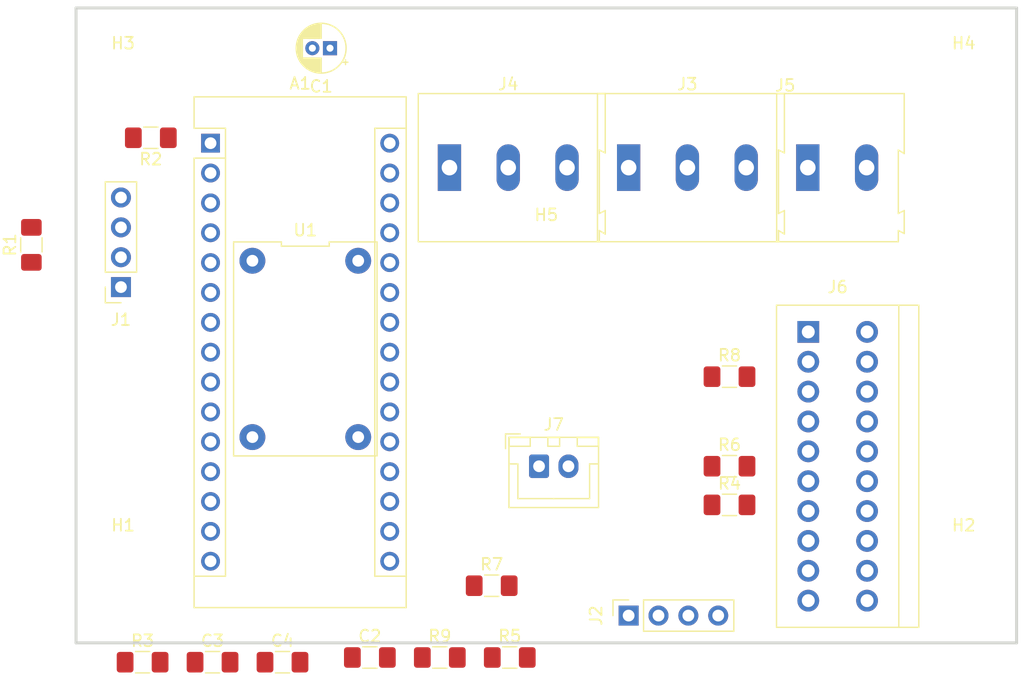
<source format=kicad_pcb>
(kicad_pcb (version 20171130) (host pcbnew "(5.1.6)-1")

  (general
    (thickness 1.6)
    (drawings 4)
    (tracks 0)
    (zones 0)
    (modules 27)
    (nets 16)
  )

  (page A4)
  (layers
    (0 F.Cu signal)
    (31 B.Cu signal)
    (32 B.Adhes user)
    (33 F.Adhes user)
    (34 B.Paste user)
    (35 F.Paste user)
    (36 B.SilkS user)
    (37 F.SilkS user)
    (38 B.Mask user)
    (39 F.Mask user)
    (40 Dwgs.User user)
    (41 Cmts.User user)
    (42 Eco1.User user)
    (43 Eco2.User user)
    (44 Edge.Cuts user)
    (45 Margin user)
    (46 B.CrtYd user)
    (47 F.CrtYd user)
    (48 B.Fab user)
    (49 F.Fab user)
  )

  (setup
    (last_trace_width 0.25)
    (trace_clearance 0.2)
    (zone_clearance 0.508)
    (zone_45_only no)
    (trace_min 0.2)
    (via_size 0.6)
    (via_drill 0.4)
    (via_min_size 0.4)
    (via_min_drill 0.3)
    (uvia_size 0.3)
    (uvia_drill 0.1)
    (uvias_allowed no)
    (uvia_min_size 0.2)
    (uvia_min_drill 0.1)
    (edge_width 0.1)
    (segment_width 0.15)
    (pcb_text_width 0.3)
    (pcb_text_size 1.5 1.5)
    (mod_edge_width 0.15)
    (mod_text_size 1 1)
    (mod_text_width 0.15)
    (pad_size 1.524 1.524)
    (pad_drill 0.762)
    (pad_to_mask_clearance 0)
    (aux_axis_origin 0 0)
    (visible_elements FFFFFF7F)
    (pcbplotparams
      (layerselection 0x010fc_ffffffff)
      (usegerberextensions false)
      (usegerberattributes true)
      (usegerberadvancedattributes true)
      (creategerberjobfile true)
      (excludeedgelayer true)
      (linewidth 0.100000)
      (plotframeref false)
      (viasonmask false)
      (mode 1)
      (useauxorigin false)
      (hpglpennumber 1)
      (hpglpenspeed 20)
      (hpglpendiameter 15.000000)
      (psnegative false)
      (psa4output false)
      (plotreference true)
      (plotvalue true)
      (plotinvisibletext false)
      (padsonsilk false)
      (subtractmaskfromsilk false)
      (outputformat 1)
      (mirror false)
      (drillshape 1)
      (scaleselection 1)
      (outputdirectory ""))
  )

  (net 0 "")
  (net 1 "Net-(A1-Pad1)")
  (net 2 RX)
  (net 3 "Net-(A1-Pad19)")
  (net 4 GND)
  (net 5 "Net-(A1-Pad20)")
  (net 6 "Net-(A1-Pad5)")
  (net 7 "Net-(A1-Pad6)")
  (net 8 "Net-(A1-Pad7)")
  (net 9 "Net-(A1-Pad8)")
  (net 10 +5V)
  (net 11 +7.5V)
  (net 12 TX)
  (net 13 VCC)
  (net 14 LED_FR)
  (net 15 LED_FL)

  (net_class Default "This is the default net class."
    (clearance 0.2)
    (trace_width 0.25)
    (via_dia 0.6)
    (via_drill 0.4)
    (uvia_dia 0.3)
    (uvia_drill 0.1)
    (add_net +5V)
    (add_net +7.5V)
    (add_net GND)
    (add_net LED_FL)
    (add_net LED_FR)
    (add_net "Net-(A1-Pad1)")
    (add_net "Net-(A1-Pad19)")
    (add_net "Net-(A1-Pad20)")
    (add_net "Net-(A1-Pad5)")
    (add_net "Net-(A1-Pad6)")
    (add_net "Net-(A1-Pad7)")
    (add_net "Net-(A1-Pad8)")
    (add_net RX)
    (add_net TX)
    (add_net VCC)
  )

  (net_class "high power" ""
    (clearance 0.254)
    (trace_width 0.508)
    (via_dia 0.6)
    (via_drill 0.4)
    (uvia_dia 0.3)
    (uvia_drill 0.1)
  )

  (module Module:Arduino_Nano (layer F.Cu) (tedit 58ACAF70) (tstamp 5EF02495)
    (at 91.44 66.5)
    (descr "Arduino Nano, http://www.mouser.com/pdfdocs/Gravitech_Arduino_Nano3_0.pdf")
    (tags "Arduino Nano")
    (path /5E75292A)
    (fp_text reference A1 (at 7.62 -5.08) (layer F.SilkS)
      (effects (font (size 1 1) (thickness 0.15)))
    )
    (fp_text value Arduino_Nano_v3.x (at 8.89 19.05 90) (layer F.Fab)
      (effects (font (size 1 1) (thickness 0.15)))
    )
    (fp_line (start 16.75 42.16) (end -1.53 42.16) (layer F.CrtYd) (width 0.05))
    (fp_line (start 16.75 42.16) (end 16.75 -4.06) (layer F.CrtYd) (width 0.05))
    (fp_line (start -1.53 -4.06) (end -1.53 42.16) (layer F.CrtYd) (width 0.05))
    (fp_line (start -1.53 -4.06) (end 16.75 -4.06) (layer F.CrtYd) (width 0.05))
    (fp_line (start 16.51 -3.81) (end 16.51 39.37) (layer F.Fab) (width 0.1))
    (fp_line (start 0 -3.81) (end 16.51 -3.81) (layer F.Fab) (width 0.1))
    (fp_line (start -1.27 -2.54) (end 0 -3.81) (layer F.Fab) (width 0.1))
    (fp_line (start -1.27 39.37) (end -1.27 -2.54) (layer F.Fab) (width 0.1))
    (fp_line (start 16.51 39.37) (end -1.27 39.37) (layer F.Fab) (width 0.1))
    (fp_line (start 16.64 -3.94) (end -1.4 -3.94) (layer F.SilkS) (width 0.12))
    (fp_line (start 16.64 39.5) (end 16.64 -3.94) (layer F.SilkS) (width 0.12))
    (fp_line (start -1.4 39.5) (end 16.64 39.5) (layer F.SilkS) (width 0.12))
    (fp_line (start 3.81 41.91) (end 3.81 31.75) (layer F.Fab) (width 0.1))
    (fp_line (start 11.43 41.91) (end 3.81 41.91) (layer F.Fab) (width 0.1))
    (fp_line (start 11.43 31.75) (end 11.43 41.91) (layer F.Fab) (width 0.1))
    (fp_line (start 3.81 31.75) (end 11.43 31.75) (layer F.Fab) (width 0.1))
    (fp_line (start 1.27 36.83) (end -1.4 36.83) (layer F.SilkS) (width 0.12))
    (fp_line (start 1.27 1.27) (end 1.27 36.83) (layer F.SilkS) (width 0.12))
    (fp_line (start 1.27 1.27) (end -1.4 1.27) (layer F.SilkS) (width 0.12))
    (fp_line (start 13.97 36.83) (end 16.64 36.83) (layer F.SilkS) (width 0.12))
    (fp_line (start 13.97 -1.27) (end 13.97 36.83) (layer F.SilkS) (width 0.12))
    (fp_line (start 13.97 -1.27) (end 16.64 -1.27) (layer F.SilkS) (width 0.12))
    (fp_line (start -1.4 -3.94) (end -1.4 -1.27) (layer F.SilkS) (width 0.12))
    (fp_line (start -1.4 1.27) (end -1.4 39.5) (layer F.SilkS) (width 0.12))
    (fp_line (start 1.27 -1.27) (end -1.4 -1.27) (layer F.SilkS) (width 0.12))
    (fp_line (start 1.27 1.27) (end 1.27 -1.27) (layer F.SilkS) (width 0.12))
    (fp_text user %R (at 6.35 19.05 90) (layer F.Fab)
      (effects (font (size 1 1) (thickness 0.15)))
    )
    (pad 1 thru_hole rect (at 0 0) (size 1.6 1.6) (drill 1) (layers *.Cu *.Mask)
      (net 1 "Net-(A1-Pad1)"))
    (pad 17 thru_hole oval (at 15.24 33.02) (size 1.6 1.6) (drill 1) (layers *.Cu *.Mask))
    (pad 2 thru_hole oval (at 0 2.54) (size 1.6 1.6) (drill 1) (layers *.Cu *.Mask)
      (net 2 RX))
    (pad 18 thru_hole oval (at 15.24 30.48) (size 1.6 1.6) (drill 1) (layers *.Cu *.Mask))
    (pad 3 thru_hole oval (at 0 5.08) (size 1.6 1.6) (drill 1) (layers *.Cu *.Mask))
    (pad 19 thru_hole oval (at 15.24 27.94) (size 1.6 1.6) (drill 1) (layers *.Cu *.Mask)
      (net 3 "Net-(A1-Pad19)"))
    (pad 4 thru_hole oval (at 0 7.62) (size 1.6 1.6) (drill 1) (layers *.Cu *.Mask)
      (net 4 GND))
    (pad 20 thru_hole oval (at 15.24 25.4) (size 1.6 1.6) (drill 1) (layers *.Cu *.Mask)
      (net 5 "Net-(A1-Pad20)"))
    (pad 5 thru_hole oval (at 0 10.16) (size 1.6 1.6) (drill 1) (layers *.Cu *.Mask)
      (net 6 "Net-(A1-Pad5)"))
    (pad 21 thru_hole oval (at 15.24 22.86) (size 1.6 1.6) (drill 1) (layers *.Cu *.Mask))
    (pad 6 thru_hole oval (at 0 12.7) (size 1.6 1.6) (drill 1) (layers *.Cu *.Mask)
      (net 7 "Net-(A1-Pad6)"))
    (pad 22 thru_hole oval (at 15.24 20.32) (size 1.6 1.6) (drill 1) (layers *.Cu *.Mask))
    (pad 7 thru_hole oval (at 0 15.24) (size 1.6 1.6) (drill 1) (layers *.Cu *.Mask)
      (net 8 "Net-(A1-Pad7)"))
    (pad 23 thru_hole oval (at 15.24 17.78) (size 1.6 1.6) (drill 1) (layers *.Cu *.Mask))
    (pad 8 thru_hole oval (at 0 17.78) (size 1.6 1.6) (drill 1) (layers *.Cu *.Mask)
      (net 9 "Net-(A1-Pad8)"))
    (pad 24 thru_hole oval (at 15.24 15.24) (size 1.6 1.6) (drill 1) (layers *.Cu *.Mask))
    (pad 9 thru_hole oval (at 0 20.32) (size 1.6 1.6) (drill 1) (layers *.Cu *.Mask))
    (pad 25 thru_hole oval (at 15.24 12.7) (size 1.6 1.6) (drill 1) (layers *.Cu *.Mask))
    (pad 10 thru_hole oval (at 0 22.86) (size 1.6 1.6) (drill 1) (layers *.Cu *.Mask))
    (pad 26 thru_hole oval (at 15.24 10.16) (size 1.6 1.6) (drill 1) (layers *.Cu *.Mask))
    (pad 11 thru_hole oval (at 0 25.4) (size 1.6 1.6) (drill 1) (layers *.Cu *.Mask))
    (pad 27 thru_hole oval (at 15.24 7.62) (size 1.6 1.6) (drill 1) (layers *.Cu *.Mask)
      (net 10 +5V))
    (pad 12 thru_hole oval (at 0 27.94) (size 1.6 1.6) (drill 1) (layers *.Cu *.Mask))
    (pad 28 thru_hole oval (at 15.24 5.08) (size 1.6 1.6) (drill 1) (layers *.Cu *.Mask))
    (pad 13 thru_hole oval (at 0 30.48) (size 1.6 1.6) (drill 1) (layers *.Cu *.Mask))
    (pad 29 thru_hole oval (at 15.24 2.54) (size 1.6 1.6) (drill 1) (layers *.Cu *.Mask)
      (net 4 GND))
    (pad 14 thru_hole oval (at 0 33.02) (size 1.6 1.6) (drill 1) (layers *.Cu *.Mask))
    (pad 30 thru_hole oval (at 15.24 0) (size 1.6 1.6) (drill 1) (layers *.Cu *.Mask)
      (net 11 +7.5V))
    (pad 15 thru_hole oval (at 0 35.56) (size 1.6 1.6) (drill 1) (layers *.Cu *.Mask))
    (pad 16 thru_hole oval (at 15.24 35.56) (size 1.6 1.6) (drill 1) (layers *.Cu *.Mask))
    (model ${KISYS3DMOD}/Module.3dshapes/Arduino_Nano_WithMountingHoles.wrl
      (at (xyz 0 0 0))
      (scale (xyz 1 1 1))
      (rotate (xyz 0 0 0))
    )
  )

  (module Capacitor_THT:CP_Radial_D4.0mm_P1.50mm (layer F.Cu) (tedit 5AE50EF0) (tstamp 5EF02500)
    (at 101.6 58.42 180)
    (descr "CP, Radial series, Radial, pin pitch=1.50mm, , diameter=4mm, Electrolytic Capacitor")
    (tags "CP Radial series Radial pin pitch 1.50mm  diameter 4mm Electrolytic Capacitor")
    (path /5E7940F7)
    (fp_text reference C1 (at 0.75 -3.25) (layer F.SilkS)
      (effects (font (size 1 1) (thickness 0.15)))
    )
    (fp_text value 1uF (at 0.75 3.25) (layer F.Fab)
      (effects (font (size 1 1) (thickness 0.15)))
    )
    (fp_line (start -1.319801 -1.395) (end -1.319801 -0.995) (layer F.SilkS) (width 0.12))
    (fp_line (start -1.519801 -1.195) (end -1.119801 -1.195) (layer F.SilkS) (width 0.12))
    (fp_line (start 2.831 -0.37) (end 2.831 0.37) (layer F.SilkS) (width 0.12))
    (fp_line (start 2.791 -0.537) (end 2.791 0.537) (layer F.SilkS) (width 0.12))
    (fp_line (start 2.751 -0.664) (end 2.751 0.664) (layer F.SilkS) (width 0.12))
    (fp_line (start 2.711 -0.768) (end 2.711 0.768) (layer F.SilkS) (width 0.12))
    (fp_line (start 2.671 -0.859) (end 2.671 0.859) (layer F.SilkS) (width 0.12))
    (fp_line (start 2.631 -0.94) (end 2.631 0.94) (layer F.SilkS) (width 0.12))
    (fp_line (start 2.591 -1.013) (end 2.591 1.013) (layer F.SilkS) (width 0.12))
    (fp_line (start 2.551 -1.08) (end 2.551 1.08) (layer F.SilkS) (width 0.12))
    (fp_line (start 2.511 -1.142) (end 2.511 1.142) (layer F.SilkS) (width 0.12))
    (fp_line (start 2.471 -1.2) (end 2.471 1.2) (layer F.SilkS) (width 0.12))
    (fp_line (start 2.431 -1.254) (end 2.431 1.254) (layer F.SilkS) (width 0.12))
    (fp_line (start 2.391 -1.304) (end 2.391 1.304) (layer F.SilkS) (width 0.12))
    (fp_line (start 2.351 -1.351) (end 2.351 1.351) (layer F.SilkS) (width 0.12))
    (fp_line (start 2.311 0.84) (end 2.311 1.396) (layer F.SilkS) (width 0.12))
    (fp_line (start 2.311 -1.396) (end 2.311 -0.84) (layer F.SilkS) (width 0.12))
    (fp_line (start 2.271 0.84) (end 2.271 1.438) (layer F.SilkS) (width 0.12))
    (fp_line (start 2.271 -1.438) (end 2.271 -0.84) (layer F.SilkS) (width 0.12))
    (fp_line (start 2.231 0.84) (end 2.231 1.478) (layer F.SilkS) (width 0.12))
    (fp_line (start 2.231 -1.478) (end 2.231 -0.84) (layer F.SilkS) (width 0.12))
    (fp_line (start 2.191 0.84) (end 2.191 1.516) (layer F.SilkS) (width 0.12))
    (fp_line (start 2.191 -1.516) (end 2.191 -0.84) (layer F.SilkS) (width 0.12))
    (fp_line (start 2.151 0.84) (end 2.151 1.552) (layer F.SilkS) (width 0.12))
    (fp_line (start 2.151 -1.552) (end 2.151 -0.84) (layer F.SilkS) (width 0.12))
    (fp_line (start 2.111 0.84) (end 2.111 1.587) (layer F.SilkS) (width 0.12))
    (fp_line (start 2.111 -1.587) (end 2.111 -0.84) (layer F.SilkS) (width 0.12))
    (fp_line (start 2.071 0.84) (end 2.071 1.619) (layer F.SilkS) (width 0.12))
    (fp_line (start 2.071 -1.619) (end 2.071 -0.84) (layer F.SilkS) (width 0.12))
    (fp_line (start 2.031 0.84) (end 2.031 1.65) (layer F.SilkS) (width 0.12))
    (fp_line (start 2.031 -1.65) (end 2.031 -0.84) (layer F.SilkS) (width 0.12))
    (fp_line (start 1.991 0.84) (end 1.991 1.68) (layer F.SilkS) (width 0.12))
    (fp_line (start 1.991 -1.68) (end 1.991 -0.84) (layer F.SilkS) (width 0.12))
    (fp_line (start 1.951 0.84) (end 1.951 1.708) (layer F.SilkS) (width 0.12))
    (fp_line (start 1.951 -1.708) (end 1.951 -0.84) (layer F.SilkS) (width 0.12))
    (fp_line (start 1.911 0.84) (end 1.911 1.735) (layer F.SilkS) (width 0.12))
    (fp_line (start 1.911 -1.735) (end 1.911 -0.84) (layer F.SilkS) (width 0.12))
    (fp_line (start 1.871 0.84) (end 1.871 1.76) (layer F.SilkS) (width 0.12))
    (fp_line (start 1.871 -1.76) (end 1.871 -0.84) (layer F.SilkS) (width 0.12))
    (fp_line (start 1.831 0.84) (end 1.831 1.785) (layer F.SilkS) (width 0.12))
    (fp_line (start 1.831 -1.785) (end 1.831 -0.84) (layer F.SilkS) (width 0.12))
    (fp_line (start 1.791 0.84) (end 1.791 1.808) (layer F.SilkS) (width 0.12))
    (fp_line (start 1.791 -1.808) (end 1.791 -0.84) (layer F.SilkS) (width 0.12))
    (fp_line (start 1.751 0.84) (end 1.751 1.83) (layer F.SilkS) (width 0.12))
    (fp_line (start 1.751 -1.83) (end 1.751 -0.84) (layer F.SilkS) (width 0.12))
    (fp_line (start 1.711 0.84) (end 1.711 1.851) (layer F.SilkS) (width 0.12))
    (fp_line (start 1.711 -1.851) (end 1.711 -0.84) (layer F.SilkS) (width 0.12))
    (fp_line (start 1.671 0.84) (end 1.671 1.87) (layer F.SilkS) (width 0.12))
    (fp_line (start 1.671 -1.87) (end 1.671 -0.84) (layer F.SilkS) (width 0.12))
    (fp_line (start 1.631 0.84) (end 1.631 1.889) (layer F.SilkS) (width 0.12))
    (fp_line (start 1.631 -1.889) (end 1.631 -0.84) (layer F.SilkS) (width 0.12))
    (fp_line (start 1.591 0.84) (end 1.591 1.907) (layer F.SilkS) (width 0.12))
    (fp_line (start 1.591 -1.907) (end 1.591 -0.84) (layer F.SilkS) (width 0.12))
    (fp_line (start 1.551 0.84) (end 1.551 1.924) (layer F.SilkS) (width 0.12))
    (fp_line (start 1.551 -1.924) (end 1.551 -0.84) (layer F.SilkS) (width 0.12))
    (fp_line (start 1.511 0.84) (end 1.511 1.94) (layer F.SilkS) (width 0.12))
    (fp_line (start 1.511 -1.94) (end 1.511 -0.84) (layer F.SilkS) (width 0.12))
    (fp_line (start 1.471 0.84) (end 1.471 1.954) (layer F.SilkS) (width 0.12))
    (fp_line (start 1.471 -1.954) (end 1.471 -0.84) (layer F.SilkS) (width 0.12))
    (fp_line (start 1.43 0.84) (end 1.43 1.968) (layer F.SilkS) (width 0.12))
    (fp_line (start 1.43 -1.968) (end 1.43 -0.84) (layer F.SilkS) (width 0.12))
    (fp_line (start 1.39 0.84) (end 1.39 1.982) (layer F.SilkS) (width 0.12))
    (fp_line (start 1.39 -1.982) (end 1.39 -0.84) (layer F.SilkS) (width 0.12))
    (fp_line (start 1.35 0.84) (end 1.35 1.994) (layer F.SilkS) (width 0.12))
    (fp_line (start 1.35 -1.994) (end 1.35 -0.84) (layer F.SilkS) (width 0.12))
    (fp_line (start 1.31 0.84) (end 1.31 2.005) (layer F.SilkS) (width 0.12))
    (fp_line (start 1.31 -2.005) (end 1.31 -0.84) (layer F.SilkS) (width 0.12))
    (fp_line (start 1.27 0.84) (end 1.27 2.016) (layer F.SilkS) (width 0.12))
    (fp_line (start 1.27 -2.016) (end 1.27 -0.84) (layer F.SilkS) (width 0.12))
    (fp_line (start 1.23 0.84) (end 1.23 2.025) (layer F.SilkS) (width 0.12))
    (fp_line (start 1.23 -2.025) (end 1.23 -0.84) (layer F.SilkS) (width 0.12))
    (fp_line (start 1.19 0.84) (end 1.19 2.034) (layer F.SilkS) (width 0.12))
    (fp_line (start 1.19 -2.034) (end 1.19 -0.84) (layer F.SilkS) (width 0.12))
    (fp_line (start 1.15 0.84) (end 1.15 2.042) (layer F.SilkS) (width 0.12))
    (fp_line (start 1.15 -2.042) (end 1.15 -0.84) (layer F.SilkS) (width 0.12))
    (fp_line (start 1.11 0.84) (end 1.11 2.05) (layer F.SilkS) (width 0.12))
    (fp_line (start 1.11 -2.05) (end 1.11 -0.84) (layer F.SilkS) (width 0.12))
    (fp_line (start 1.07 0.84) (end 1.07 2.056) (layer F.SilkS) (width 0.12))
    (fp_line (start 1.07 -2.056) (end 1.07 -0.84) (layer F.SilkS) (width 0.12))
    (fp_line (start 1.03 0.84) (end 1.03 2.062) (layer F.SilkS) (width 0.12))
    (fp_line (start 1.03 -2.062) (end 1.03 -0.84) (layer F.SilkS) (width 0.12))
    (fp_line (start 0.99 0.84) (end 0.99 2.067) (layer F.SilkS) (width 0.12))
    (fp_line (start 0.99 -2.067) (end 0.99 -0.84) (layer F.SilkS) (width 0.12))
    (fp_line (start 0.95 0.84) (end 0.95 2.071) (layer F.SilkS) (width 0.12))
    (fp_line (start 0.95 -2.071) (end 0.95 -0.84) (layer F.SilkS) (width 0.12))
    (fp_line (start 0.91 0.84) (end 0.91 2.074) (layer F.SilkS) (width 0.12))
    (fp_line (start 0.91 -2.074) (end 0.91 -0.84) (layer F.SilkS) (width 0.12))
    (fp_line (start 0.87 0.84) (end 0.87 2.077) (layer F.SilkS) (width 0.12))
    (fp_line (start 0.87 -2.077) (end 0.87 -0.84) (layer F.SilkS) (width 0.12))
    (fp_line (start 0.83 -2.079) (end 0.83 -0.84) (layer F.SilkS) (width 0.12))
    (fp_line (start 0.83 0.84) (end 0.83 2.079) (layer F.SilkS) (width 0.12))
    (fp_line (start 0.79 -2.08) (end 0.79 -0.84) (layer F.SilkS) (width 0.12))
    (fp_line (start 0.79 0.84) (end 0.79 2.08) (layer F.SilkS) (width 0.12))
    (fp_line (start 0.75 -2.08) (end 0.75 -0.84) (layer F.SilkS) (width 0.12))
    (fp_line (start 0.75 0.84) (end 0.75 2.08) (layer F.SilkS) (width 0.12))
    (fp_line (start -0.752554 -1.0675) (end -0.752554 -0.6675) (layer F.Fab) (width 0.1))
    (fp_line (start -0.952554 -0.8675) (end -0.552554 -0.8675) (layer F.Fab) (width 0.1))
    (fp_circle (center 0.75 0) (end 3 0) (layer F.CrtYd) (width 0.05))
    (fp_circle (center 0.75 0) (end 2.87 0) (layer F.SilkS) (width 0.12))
    (fp_circle (center 0.75 0) (end 2.75 0) (layer F.Fab) (width 0.1))
    (fp_text user %R (at 0.75 0) (layer F.Fab)
      (effects (font (size 0.8 0.8) (thickness 0.12)))
    )
    (pad 1 thru_hole rect (at 0 0 180) (size 1.2 1.2) (drill 0.6) (layers *.Cu *.Mask)
      (net 11 +7.5V))
    (pad 2 thru_hole circle (at 1.5 0 180) (size 1.2 1.2) (drill 0.6) (layers *.Cu *.Mask)
      (net 4 GND))
    (model ${KISYS3DMOD}/Capacitor_THT.3dshapes/CP_Radial_D4.0mm_P1.50mm.wrl
      (at (xyz 0 0 0))
      (scale (xyz 1 1 1))
      (rotate (xyz 0 0 0))
    )
  )

  (module Capacitor_SMD:C_1206_3216Metric_Pad1.42x1.75mm_HandSolder (layer F.Cu) (tedit 5B301BBE) (tstamp 5EF02511)
    (at 104.990001 110.245001)
    (descr "Capacitor SMD 1206 (3216 Metric), square (rectangular) end terminal, IPC_7351 nominal with elongated pad for handsoldering. (Body size source: http://www.tortai-tech.com/upload/download/2011102023233369053.pdf), generated with kicad-footprint-generator")
    (tags "capacitor handsolder")
    (path /5E7A4391)
    (attr smd)
    (fp_text reference C2 (at 0 -1.82) (layer F.SilkS)
      (effects (font (size 1 1) (thickness 0.15)))
    )
    (fp_text value 100nF (at 0 1.82) (layer F.Fab)
      (effects (font (size 1 1) (thickness 0.15)))
    )
    (fp_text user %R (at 0 0) (layer F.Fab)
      (effects (font (size 0.8 0.8) (thickness 0.12)))
    )
    (fp_line (start -1.6 0.8) (end -1.6 -0.8) (layer F.Fab) (width 0.1))
    (fp_line (start -1.6 -0.8) (end 1.6 -0.8) (layer F.Fab) (width 0.1))
    (fp_line (start 1.6 -0.8) (end 1.6 0.8) (layer F.Fab) (width 0.1))
    (fp_line (start 1.6 0.8) (end -1.6 0.8) (layer F.Fab) (width 0.1))
    (fp_line (start -0.602064 -0.91) (end 0.602064 -0.91) (layer F.SilkS) (width 0.12))
    (fp_line (start -0.602064 0.91) (end 0.602064 0.91) (layer F.SilkS) (width 0.12))
    (fp_line (start -2.45 1.12) (end -2.45 -1.12) (layer F.CrtYd) (width 0.05))
    (fp_line (start -2.45 -1.12) (end 2.45 -1.12) (layer F.CrtYd) (width 0.05))
    (fp_line (start 2.45 -1.12) (end 2.45 1.12) (layer F.CrtYd) (width 0.05))
    (fp_line (start 2.45 1.12) (end -2.45 1.12) (layer F.CrtYd) (width 0.05))
    (pad 2 smd roundrect (at 1.4875 0) (size 1.425 1.75) (layers F.Cu F.Paste F.Mask) (roundrect_rratio 0.175439)
      (net 11 +7.5V))
    (pad 1 smd roundrect (at -1.4875 0) (size 1.425 1.75) (layers F.Cu F.Paste F.Mask) (roundrect_rratio 0.175439)
      (net 4 GND))
    (model ${KISYS3DMOD}/Capacitor_SMD.3dshapes/C_1206_3216Metric.wrl
      (at (xyz 0 0 0))
      (scale (xyz 1 1 1))
      (rotate (xyz 0 0 0))
    )
  )

  (module Capacitor_SMD:C_1206_3216Metric_Pad1.42x1.75mm_HandSolder (layer F.Cu) (tedit 5B301BBE) (tstamp 5EF02522)
    (at 91.610001 110.645001)
    (descr "Capacitor SMD 1206 (3216 Metric), square (rectangular) end terminal, IPC_7351 nominal with elongated pad for handsoldering. (Body size source: http://www.tortai-tech.com/upload/download/2011102023233369053.pdf), generated with kicad-footprint-generator")
    (tags "capacitor handsolder")
    (path /5E7C2C8F)
    (attr smd)
    (fp_text reference C3 (at 0 -1.82) (layer F.SilkS)
      (effects (font (size 1 1) (thickness 0.15)))
    )
    (fp_text value 100nF (at 0 1.82) (layer F.Fab)
      (effects (font (size 1 1) (thickness 0.15)))
    )
    (fp_line (start 2.45 1.12) (end -2.45 1.12) (layer F.CrtYd) (width 0.05))
    (fp_line (start 2.45 -1.12) (end 2.45 1.12) (layer F.CrtYd) (width 0.05))
    (fp_line (start -2.45 -1.12) (end 2.45 -1.12) (layer F.CrtYd) (width 0.05))
    (fp_line (start -2.45 1.12) (end -2.45 -1.12) (layer F.CrtYd) (width 0.05))
    (fp_line (start -0.602064 0.91) (end 0.602064 0.91) (layer F.SilkS) (width 0.12))
    (fp_line (start -0.602064 -0.91) (end 0.602064 -0.91) (layer F.SilkS) (width 0.12))
    (fp_line (start 1.6 0.8) (end -1.6 0.8) (layer F.Fab) (width 0.1))
    (fp_line (start 1.6 -0.8) (end 1.6 0.8) (layer F.Fab) (width 0.1))
    (fp_line (start -1.6 -0.8) (end 1.6 -0.8) (layer F.Fab) (width 0.1))
    (fp_line (start -1.6 0.8) (end -1.6 -0.8) (layer F.Fab) (width 0.1))
    (fp_text user %R (at 0 0) (layer F.Fab)
      (effects (font (size 0.8 0.8) (thickness 0.12)))
    )
    (pad 1 smd roundrect (at -1.4875 0) (size 1.425 1.75) (layers F.Cu F.Paste F.Mask) (roundrect_rratio 0.175439)
      (net 3 "Net-(A1-Pad19)"))
    (pad 2 smd roundrect (at 1.4875 0) (size 1.425 1.75) (layers F.Cu F.Paste F.Mask) (roundrect_rratio 0.175439)
      (net 4 GND))
    (model ${KISYS3DMOD}/Capacitor_SMD.3dshapes/C_1206_3216Metric.wrl
      (at (xyz 0 0 0))
      (scale (xyz 1 1 1))
      (rotate (xyz 0 0 0))
    )
  )

  (module Capacitor_SMD:C_1206_3216Metric_Pad1.42x1.75mm_HandSolder (layer F.Cu) (tedit 5B301BBE) (tstamp 5EF02533)
    (at 97.560001 110.645001)
    (descr "Capacitor SMD 1206 (3216 Metric), square (rectangular) end terminal, IPC_7351 nominal with elongated pad for handsoldering. (Body size source: http://www.tortai-tech.com/upload/download/2011102023233369053.pdf), generated with kicad-footprint-generator")
    (tags "capacitor handsolder")
    (path /5E793A26)
    (attr smd)
    (fp_text reference C4 (at 0 -1.82) (layer F.SilkS)
      (effects (font (size 1 1) (thickness 0.15)))
    )
    (fp_text value 100nF (at 0 1.82) (layer F.Fab)
      (effects (font (size 1 1) (thickness 0.15)))
    )
    (fp_line (start 2.45 1.12) (end -2.45 1.12) (layer F.CrtYd) (width 0.05))
    (fp_line (start 2.45 -1.12) (end 2.45 1.12) (layer F.CrtYd) (width 0.05))
    (fp_line (start -2.45 -1.12) (end 2.45 -1.12) (layer F.CrtYd) (width 0.05))
    (fp_line (start -2.45 1.12) (end -2.45 -1.12) (layer F.CrtYd) (width 0.05))
    (fp_line (start -0.602064 0.91) (end 0.602064 0.91) (layer F.SilkS) (width 0.12))
    (fp_line (start -0.602064 -0.91) (end 0.602064 -0.91) (layer F.SilkS) (width 0.12))
    (fp_line (start 1.6 0.8) (end -1.6 0.8) (layer F.Fab) (width 0.1))
    (fp_line (start 1.6 -0.8) (end 1.6 0.8) (layer F.Fab) (width 0.1))
    (fp_line (start -1.6 -0.8) (end 1.6 -0.8) (layer F.Fab) (width 0.1))
    (fp_line (start -1.6 0.8) (end -1.6 -0.8) (layer F.Fab) (width 0.1))
    (fp_text user %R (at 0 0) (layer F.Fab)
      (effects (font (size 0.8 0.8) (thickness 0.12)))
    )
    (pad 1 smd roundrect (at -1.4875 0) (size 1.425 1.75) (layers F.Cu F.Paste F.Mask) (roundrect_rratio 0.175439)
      (net 5 "Net-(A1-Pad20)"))
    (pad 2 smd roundrect (at 1.4875 0) (size 1.425 1.75) (layers F.Cu F.Paste F.Mask) (roundrect_rratio 0.175439)
      (net 4 GND))
    (model ${KISYS3DMOD}/Capacitor_SMD.3dshapes/C_1206_3216Metric.wrl
      (at (xyz 0 0 0))
      (scale (xyz 1 1 1))
      (rotate (xyz 0 0 0))
    )
  )

  (module MountingHole:MountingHole_3mm (layer F.Cu) (tedit 56D1B4CB) (tstamp 5EF0253B)
    (at 84 103)
    (descr "Mounting Hole 3mm, no annular")
    (tags "mounting hole 3mm no annular")
    (path /5E77418C)
    (attr virtual)
    (fp_text reference H1 (at 0 -4) (layer F.SilkS)
      (effects (font (size 1 1) (thickness 0.15)))
    )
    (fp_text value MountingHole (at 0 4) (layer F.Fab)
      (effects (font (size 1 1) (thickness 0.15)))
    )
    (fp_text user %R (at 0.3 0) (layer F.Fab)
      (effects (font (size 1 1) (thickness 0.15)))
    )
    (fp_circle (center 0 0) (end 3 0) (layer Cmts.User) (width 0.15))
    (fp_circle (center 0 0) (end 3.25 0) (layer F.CrtYd) (width 0.05))
    (pad 1 np_thru_hole circle (at 0 0) (size 3 3) (drill 3) (layers *.Cu *.Mask))
  )

  (module MountingHole:MountingHole_3mm (layer F.Cu) (tedit 56D1B4CB) (tstamp 5EF02543)
    (at 155.5 103)
    (descr "Mounting Hole 3mm, no annular")
    (tags "mounting hole 3mm no annular")
    (path /5E774A59)
    (attr virtual)
    (fp_text reference H2 (at 0 -4) (layer F.SilkS)
      (effects (font (size 1 1) (thickness 0.15)))
    )
    (fp_text value MountingHole (at 0 4) (layer F.Fab)
      (effects (font (size 1 1) (thickness 0.15)))
    )
    (fp_circle (center 0 0) (end 3.25 0) (layer F.CrtYd) (width 0.05))
    (fp_circle (center 0 0) (end 3 0) (layer Cmts.User) (width 0.15))
    (fp_text user %R (at 0.3 0) (layer F.Fab)
      (effects (font (size 1 1) (thickness 0.15)))
    )
    (pad 1 np_thru_hole circle (at 0 0) (size 3 3) (drill 3) (layers *.Cu *.Mask))
  )

  (module MountingHole:MountingHole_3mm (layer F.Cu) (tedit 56D1B4CB) (tstamp 5EF0254B)
    (at 84 62)
    (descr "Mounting Hole 3mm, no annular")
    (tags "mounting hole 3mm no annular")
    (path /5E776C3B)
    (attr virtual)
    (fp_text reference H3 (at 0 -4) (layer F.SilkS)
      (effects (font (size 1 1) (thickness 0.15)))
    )
    (fp_text value MountingHole (at 0 4) (layer F.Fab)
      (effects (font (size 1 1) (thickness 0.15)))
    )
    (fp_circle (center 0 0) (end 3.25 0) (layer F.CrtYd) (width 0.05))
    (fp_circle (center 0 0) (end 3 0) (layer Cmts.User) (width 0.15))
    (fp_text user %R (at 0.3 0) (layer F.Fab)
      (effects (font (size 1 1) (thickness 0.15)))
    )
    (pad 1 np_thru_hole circle (at 0 0) (size 3 3) (drill 3) (layers *.Cu *.Mask))
  )

  (module MountingHole:MountingHole_3mm (layer F.Cu) (tedit 56D1B4CB) (tstamp 5EF02553)
    (at 155.5 62)
    (descr "Mounting Hole 3mm, no annular")
    (tags "mounting hole 3mm no annular")
    (path /5E77642B)
    (attr virtual)
    (fp_text reference H4 (at 0 -4) (layer F.SilkS)
      (effects (font (size 1 1) (thickness 0.15)))
    )
    (fp_text value MountingHole (at 0 4) (layer F.Fab)
      (effects (font (size 1 1) (thickness 0.15)))
    )
    (fp_text user %R (at 0.3 0) (layer F.Fab)
      (effects (font (size 1 1) (thickness 0.15)))
    )
    (fp_circle (center 0 0) (end 3 0) (layer Cmts.User) (width 0.15))
    (fp_circle (center 0 0) (end 3.25 0) (layer F.CrtYd) (width 0.05))
    (pad 1 np_thru_hole circle (at 0 0) (size 3 3) (drill 3) (layers *.Cu *.Mask))
  )

  (module MountingHole:MountingHole_8.4mm_M8 (layer F.Cu) (tedit 56D1B4CB) (tstamp 5EF0334F)
    (at 120 82)
    (descr "Mounting Hole 8.4mm, no annular, M8")
    (tags "mounting hole 8.4mm no annular m8")
    (path /5E774EE2)
    (attr virtual)
    (fp_text reference H5 (at 0 -9.4) (layer F.SilkS)
      (effects (font (size 1 1) (thickness 0.15)))
    )
    (fp_text value MountingHole (at 0 9.4) (layer F.Fab)
      (effects (font (size 1 1) (thickness 0.15)))
    )
    (fp_circle (center 0 0) (end 8.65 0) (layer F.CrtYd) (width 0.05))
    (fp_circle (center 0 0) (end 8.4 0) (layer Cmts.User) (width 0.15))
    (fp_text user %R (at 0.3 0) (layer F.Fab)
      (effects (font (size 1 1) (thickness 0.15)))
    )
    (pad 1 np_thru_hole circle (at 0 0) (size 8.4 8.4) (drill 8.4) (layers *.Cu *.Mask))
  )

  (module Connector_PinSocket_2.54mm:PinSocket_1x04_P2.54mm_Vertical (layer F.Cu) (tedit 5A19A429) (tstamp 5EF02573)
    (at 83.82 78.74 180)
    (descr "Through hole straight socket strip, 1x04, 2.54mm pitch, single row (from Kicad 4.0.7), script generated")
    (tags "Through hole socket strip THT 1x04 2.54mm single row")
    (path /5E75443D)
    (fp_text reference J1 (at 0 -2.77) (layer F.SilkS)
      (effects (font (size 1 1) (thickness 0.15)))
    )
    (fp_text value Conn_01x04_Male (at 0 10.39) (layer F.Fab)
      (effects (font (size 1 1) (thickness 0.15)))
    )
    (fp_line (start -1.8 9.4) (end -1.8 -1.8) (layer F.CrtYd) (width 0.05))
    (fp_line (start 1.75 9.4) (end -1.8 9.4) (layer F.CrtYd) (width 0.05))
    (fp_line (start 1.75 -1.8) (end 1.75 9.4) (layer F.CrtYd) (width 0.05))
    (fp_line (start -1.8 -1.8) (end 1.75 -1.8) (layer F.CrtYd) (width 0.05))
    (fp_line (start 0 -1.33) (end 1.33 -1.33) (layer F.SilkS) (width 0.12))
    (fp_line (start 1.33 -1.33) (end 1.33 0) (layer F.SilkS) (width 0.12))
    (fp_line (start 1.33 1.27) (end 1.33 8.95) (layer F.SilkS) (width 0.12))
    (fp_line (start -1.33 8.95) (end 1.33 8.95) (layer F.SilkS) (width 0.12))
    (fp_line (start -1.33 1.27) (end -1.33 8.95) (layer F.SilkS) (width 0.12))
    (fp_line (start -1.33 1.27) (end 1.33 1.27) (layer F.SilkS) (width 0.12))
    (fp_line (start -1.27 8.89) (end -1.27 -1.27) (layer F.Fab) (width 0.1))
    (fp_line (start 1.27 8.89) (end -1.27 8.89) (layer F.Fab) (width 0.1))
    (fp_line (start 1.27 -0.635) (end 1.27 8.89) (layer F.Fab) (width 0.1))
    (fp_line (start 0.635 -1.27) (end 1.27 -0.635) (layer F.Fab) (width 0.1))
    (fp_line (start -1.27 -1.27) (end 0.635 -1.27) (layer F.Fab) (width 0.1))
    (fp_text user %R (at 0 3.81 90) (layer F.Fab)
      (effects (font (size 1 1) (thickness 0.15)))
    )
    (pad 1 thru_hole rect (at 0 0 180) (size 1.7 1.7) (drill 1) (layers *.Cu *.Mask)
      (net 10 +5V))
    (pad 2 thru_hole oval (at 0 2.54 180) (size 1.7 1.7) (drill 1) (layers *.Cu *.Mask)
      (net 4 GND))
    (pad 3 thru_hole oval (at 0 5.08 180) (size 1.7 1.7) (drill 1) (layers *.Cu *.Mask)
      (net 2 RX))
    (pad 4 thru_hole oval (at 0 7.62 180) (size 1.7 1.7) (drill 1) (layers *.Cu *.Mask)
      (net 12 TX))
    (model ${KISYS3DMOD}/Connector_PinSocket_2.54mm.3dshapes/PinSocket_1x04_P2.54mm_Vertical.wrl
      (at (xyz 0 0 0))
      (scale (xyz 1 1 1))
      (rotate (xyz 0 0 0))
    )
  )

  (module Connector_PinSocket_2.54mm:PinSocket_1x04_P2.54mm_Vertical (layer F.Cu) (tedit 5A19A429) (tstamp 5EF0258B)
    (at 127 106.68 90)
    (descr "Through hole straight socket strip, 1x04, 2.54mm pitch, single row (from Kicad 4.0.7), script generated")
    (tags "Through hole socket strip THT 1x04 2.54mm single row")
    (path /5E78BC3F)
    (fp_text reference J2 (at 0 -2.77 90) (layer F.SilkS)
      (effects (font (size 1 1) (thickness 0.15)))
    )
    (fp_text value Conn_01x04_Male (at 0 10.39 90) (layer F.Fab)
      (effects (font (size 1 1) (thickness 0.15)))
    )
    (fp_text user %R (at 0 3.81) (layer F.Fab)
      (effects (font (size 1 1) (thickness 0.15)))
    )
    (fp_line (start -1.27 -1.27) (end 0.635 -1.27) (layer F.Fab) (width 0.1))
    (fp_line (start 0.635 -1.27) (end 1.27 -0.635) (layer F.Fab) (width 0.1))
    (fp_line (start 1.27 -0.635) (end 1.27 8.89) (layer F.Fab) (width 0.1))
    (fp_line (start 1.27 8.89) (end -1.27 8.89) (layer F.Fab) (width 0.1))
    (fp_line (start -1.27 8.89) (end -1.27 -1.27) (layer F.Fab) (width 0.1))
    (fp_line (start -1.33 1.27) (end 1.33 1.27) (layer F.SilkS) (width 0.12))
    (fp_line (start -1.33 1.27) (end -1.33 8.95) (layer F.SilkS) (width 0.12))
    (fp_line (start -1.33 8.95) (end 1.33 8.95) (layer F.SilkS) (width 0.12))
    (fp_line (start 1.33 1.27) (end 1.33 8.95) (layer F.SilkS) (width 0.12))
    (fp_line (start 1.33 -1.33) (end 1.33 0) (layer F.SilkS) (width 0.12))
    (fp_line (start 0 -1.33) (end 1.33 -1.33) (layer F.SilkS) (width 0.12))
    (fp_line (start -1.8 -1.8) (end 1.75 -1.8) (layer F.CrtYd) (width 0.05))
    (fp_line (start 1.75 -1.8) (end 1.75 9.4) (layer F.CrtYd) (width 0.05))
    (fp_line (start 1.75 9.4) (end -1.8 9.4) (layer F.CrtYd) (width 0.05))
    (fp_line (start -1.8 9.4) (end -1.8 -1.8) (layer F.CrtYd) (width 0.05))
    (pad 4 thru_hole oval (at 0 7.62 90) (size 1.7 1.7) (drill 1) (layers *.Cu *.Mask)
      (net 4 GND))
    (pad 3 thru_hole oval (at 0 5.08 90) (size 1.7 1.7) (drill 1) (layers *.Cu *.Mask))
    (pad 2 thru_hole oval (at 0 2.54 90) (size 1.7 1.7) (drill 1) (layers *.Cu *.Mask))
    (pad 1 thru_hole rect (at 0 0 90) (size 1.7 1.7) (drill 1) (layers *.Cu *.Mask)
      (net 13 VCC))
    (model ${KISYS3DMOD}/Connector_PinSocket_2.54mm.3dshapes/PinSocket_1x04_P2.54mm_Vertical.wrl
      (at (xyz 0 0 0))
      (scale (xyz 1 1 1))
      (rotate (xyz 0 0 0))
    )
  )

  (module TerminalBlock:TerminalBlock_Altech_AK300-3_P5.00mm (layer F.Cu) (tedit 59FF0306) (tstamp 5EF0260E)
    (at 127 68.58)
    (descr "Altech AK300 terminal block, pitch 5.0mm, 45 degree angled, see http://www.mouser.com/ds/2/16/PCBMETRC-24178.pdf")
    (tags "Altech AK300 terminal block pitch 5.0mm")
    (path /5E76C2A1)
    (fp_text reference J3 (at 5 -7.1) (layer F.SilkS)
      (effects (font (size 1 1) (thickness 0.15)))
    )
    (fp_text value Screw_Terminal_01x03 (at 4.95 7.3) (layer F.Fab)
      (effects (font (size 1 1) (thickness 0.15)))
    )
    (fp_arc (start -1.16 -4.66) (end -1.44 -4.14) (angle 104.2) (layer F.Fab) (width 0.1))
    (fp_arc (start -0.04 -3.72) (end -1.64 -5.01) (angle 100) (layer F.Fab) (width 0.1))
    (fp_arc (start 0.04 -6.08) (end 1.5 -4.13) (angle 75.5) (layer F.Fab) (width 0.1))
    (fp_arc (start 1 -4.6) (end 1.51 -5.06) (angle 90.5) (layer F.Fab) (width 0.1))
    (fp_arc (start 3.85 -4.66) (end 3.56 -4.14) (angle 104.2) (layer F.Fab) (width 0.1))
    (fp_arc (start 4.96 -3.72) (end 3.36 -5.01) (angle 100) (layer F.Fab) (width 0.1))
    (fp_arc (start 5.04 -6.08) (end 6.5 -4.13) (angle 75.5) (layer F.Fab) (width 0.1))
    (fp_arc (start 6.01 -4.6) (end 6.51 -5.06) (angle 90.5) (layer F.Fab) (width 0.1))
    (fp_arc (start 11.09 -4.6) (end 11.59 -5.06) (angle 90.5) (layer F.Fab) (width 0.1))
    (fp_arc (start 10.12 -6.08) (end 11.58 -4.13) (angle 75.5) (layer F.Fab) (width 0.1))
    (fp_arc (start 10.04 -3.72) (end 8.44 -5.01) (angle 100) (layer F.Fab) (width 0.1))
    (fp_arc (start 8.93 -4.66) (end 8.64 -4.14) (angle 104.2) (layer F.Fab) (width 0.1))
    (fp_text user %R (at 5 -2) (layer F.Fab)
      (effects (font (size 1 1) (thickness 0.15)))
    )
    (fp_line (start -2.65 -6.3) (end -2.65 6.3) (layer F.SilkS) (width 0.12))
    (fp_line (start -2.65 6.3) (end 12.75 6.3) (layer F.SilkS) (width 0.12))
    (fp_line (start 12.75 6.3) (end 12.75 5.35) (layer F.SilkS) (width 0.12))
    (fp_line (start 12.75 5.35) (end 13.25 5.65) (layer F.SilkS) (width 0.12))
    (fp_line (start 13.25 5.65) (end 13.25 3.65) (layer F.SilkS) (width 0.12))
    (fp_line (start 13.25 3.65) (end 12.75 3.9) (layer F.SilkS) (width 0.12))
    (fp_line (start 12.75 3.9) (end 12.75 -1.5) (layer F.SilkS) (width 0.12))
    (fp_line (start 12.75 -1.5) (end 13.25 -1.25) (layer F.SilkS) (width 0.12))
    (fp_line (start 13.25 -1.25) (end 13.25 -6.3) (layer F.SilkS) (width 0.12))
    (fp_line (start 13.25 -6.3) (end -2.65 -6.3) (layer F.SilkS) (width 0.12))
    (fp_line (start 12.66 -0.65) (end -2.52 -0.65) (layer F.Fab) (width 0.1))
    (fp_line (start 8.02 3.99) (end 8.02 -0.26) (layer F.Fab) (width 0.1))
    (fp_line (start 12.09 6.21) (end 7.58 6.21) (layer F.Fab) (width 0.1))
    (fp_line (start 7.58 -3.19) (end 12.6 -3.19) (layer F.Fab) (width 0.1))
    (fp_line (start -2.58 -6.23) (end 12.66 -6.23) (layer F.Fab) (width 0.1))
    (fp_line (start 8.42 -0.26) (end 11.72 -0.26) (layer F.Fab) (width 0.1))
    (fp_line (start 8.04 -0.26) (end 8.42 -0.26) (layer F.Fab) (width 0.1))
    (fp_line (start 12.1 -0.26) (end 11.72 -0.26) (layer F.Fab) (width 0.1))
    (fp_line (start 8.57 -4.33) (end 11.62 -4.96) (layer F.Fab) (width 0.1))
    (fp_line (start 8.44 -4.46) (end 11.49 -5.09) (layer F.Fab) (width 0.1))
    (fp_line (start 12.1 -3.44) (end 8.04 -3.44) (layer F.Fab) (width 0.1))
    (fp_line (start 12.1 -5.98) (end 12.1 -3.44) (layer F.Fab) (width 0.1))
    (fp_line (start 8.04 -5.98) (end 12.1 -5.98) (layer F.Fab) (width 0.1))
    (fp_line (start 8.04 -3.44) (end 8.04 -5.98) (layer F.Fab) (width 0.1))
    (fp_line (start 12.66 -3.19) (end 12.66 -1.66) (layer F.Fab) (width 0.1))
    (fp_line (start 12.66 -0.65) (end 12.66 4.05) (layer F.Fab) (width 0.1))
    (fp_line (start 12.66 -1.66) (end 12.66 -0.65) (layer F.Fab) (width 0.1))
    (fp_line (start 11.72 0.5) (end 11.34 0.5) (layer F.Fab) (width 0.1))
    (fp_line (start 8.42 0.5) (end 8.8 0.5) (layer F.Fab) (width 0.1))
    (fp_line (start 8.42 3.67) (end 8.42 0.5) (layer F.Fab) (width 0.1))
    (fp_line (start 11.72 3.67) (end 8.42 3.67) (layer F.Fab) (width 0.1))
    (fp_line (start 11.72 3.67) (end 11.72 0.5) (layer F.Fab) (width 0.1))
    (fp_line (start 12.1 4.31) (end 12.1 6.21) (layer F.Fab) (width 0.1))
    (fp_line (start 8.04 4.31) (end 12.1 4.31) (layer F.Fab) (width 0.1))
    (fp_line (start 12.1 6.21) (end 12.66 6.21) (layer F.Fab) (width 0.1))
    (fp_line (start 12.1 -0.26) (end 12.1 4.31) (layer F.Fab) (width 0.1))
    (fp_line (start 8.04 6.21) (end 8.04 4.31) (layer F.Fab) (width 0.1))
    (fp_line (start 13.17 3.8) (end 13.17 5.45) (layer F.Fab) (width 0.1))
    (fp_line (start 12.66 4.05) (end 12.66 5.2) (layer F.Fab) (width 0.1))
    (fp_line (start 13.17 3.8) (end 12.66 4.05) (layer F.Fab) (width 0.1))
    (fp_line (start 12.66 5.2) (end 12.66 6.21) (layer F.Fab) (width 0.1))
    (fp_line (start 13.17 5.45) (end 12.66 5.2) (layer F.Fab) (width 0.1))
    (fp_line (start 13.17 -1.41) (end 12.66 -1.66) (layer F.Fab) (width 0.1))
    (fp_line (start 13.17 -6.23) (end 13.17 -1.41) (layer F.Fab) (width 0.1))
    (fp_line (start 12.66 -6.23) (end 13.17 -6.23) (layer F.Fab) (width 0.1))
    (fp_line (start 12.66 -6.23) (end 12.66 -3.19) (layer F.Fab) (width 0.1))
    (fp_line (start 8.8 2.53) (end 8.8 -0.26) (layer F.Fab) (width 0.1))
    (fp_line (start 8.8 -0.26) (end 11.34 -0.26) (layer F.Fab) (width 0.1))
    (fp_line (start 11.34 2.53) (end 11.34 -0.26) (layer F.Fab) (width 0.1))
    (fp_line (start 8.8 2.53) (end 11.34 2.53) (layer F.Fab) (width 0.1))
    (fp_line (start -1.28 2.53) (end 1.26 2.53) (layer F.Fab) (width 0.1))
    (fp_line (start 1.26 2.53) (end 1.26 -0.26) (layer F.Fab) (width 0.1))
    (fp_line (start -1.28 -0.26) (end 1.26 -0.26) (layer F.Fab) (width 0.1))
    (fp_line (start -1.28 2.53) (end -1.28 -0.26) (layer F.Fab) (width 0.1))
    (fp_line (start 3.72 2.53) (end 6.26 2.53) (layer F.Fab) (width 0.1))
    (fp_line (start 6.26 2.53) (end 6.26 -0.26) (layer F.Fab) (width 0.1))
    (fp_line (start 3.72 -0.26) (end 6.26 -0.26) (layer F.Fab) (width 0.1))
    (fp_line (start 3.72 2.53) (end 3.72 -0.26) (layer F.Fab) (width 0.1))
    (fp_line (start 8.02 5.2) (end 8.02 6.21) (layer F.Fab) (width 0.1))
    (fp_line (start 8.02 4.05) (end 8.02 5.2) (layer F.Fab) (width 0.1))
    (fp_line (start 2.96 6.21) (end 2.96 4.31) (layer F.Fab) (width 0.1))
    (fp_line (start 7.02 -0.26) (end 7.02 4.31) (layer F.Fab) (width 0.1))
    (fp_line (start 2.96 6.21) (end 7.02 6.21) (layer F.Fab) (width 0.1))
    (fp_line (start 7.02 6.21) (end 7.58 6.21) (layer F.Fab) (width 0.1))
    (fp_line (start 2.02 6.21) (end 2.02 4.31) (layer F.Fab) (width 0.1))
    (fp_line (start 2.02 6.21) (end 2.96 6.21) (layer F.Fab) (width 0.1))
    (fp_line (start -2.05 -0.26) (end -2.05 4.31) (layer F.Fab) (width 0.1))
    (fp_line (start -2.58 6.21) (end -2.05 6.21) (layer F.Fab) (width 0.1))
    (fp_line (start -2.05 6.21) (end 2.02 6.21) (layer F.Fab) (width 0.1))
    (fp_line (start 2.96 4.31) (end 7.02 4.31) (layer F.Fab) (width 0.1))
    (fp_line (start 2.96 4.31) (end 2.96 -0.26) (layer F.Fab) (width 0.1))
    (fp_line (start 7.02 4.31) (end 7.02 6.21) (layer F.Fab) (width 0.1))
    (fp_line (start 2.02 4.31) (end -2.05 4.31) (layer F.Fab) (width 0.1))
    (fp_line (start 2.02 4.31) (end 2.02 -0.26) (layer F.Fab) (width 0.1))
    (fp_line (start -2.05 4.31) (end -2.05 6.21) (layer F.Fab) (width 0.1))
    (fp_line (start 6.64 3.67) (end 6.64 0.5) (layer F.Fab) (width 0.1))
    (fp_line (start 6.64 3.67) (end 3.34 3.67) (layer F.Fab) (width 0.1))
    (fp_line (start 3.34 3.67) (end 3.34 0.5) (layer F.Fab) (width 0.1))
    (fp_line (start 1.64 3.67) (end 1.64 0.5) (layer F.Fab) (width 0.1))
    (fp_line (start 1.64 3.67) (end -1.67 3.67) (layer F.Fab) (width 0.1))
    (fp_line (start -1.67 3.67) (end -1.67 0.5) (layer F.Fab) (width 0.1))
    (fp_line (start -1.67 0.5) (end -1.28 0.5) (layer F.Fab) (width 0.1))
    (fp_line (start 1.64 0.5) (end 1.26 0.5) (layer F.Fab) (width 0.1))
    (fp_line (start 3.34 0.5) (end 3.72 0.5) (layer F.Fab) (width 0.1))
    (fp_line (start 6.64 0.5) (end 6.26 0.5) (layer F.Fab) (width 0.1))
    (fp_line (start -2.58 6.21) (end -2.58 -0.65) (layer F.Fab) (width 0.1))
    (fp_line (start -2.58 -0.65) (end -2.58 -3.19) (layer F.Fab) (width 0.1))
    (fp_line (start -2.58 -3.19) (end 7.58 -3.19) (layer F.Fab) (width 0.1))
    (fp_line (start -2.58 -3.19) (end -2.58 -6.23) (layer F.Fab) (width 0.1))
    (fp_line (start 2.96 -3.44) (end 2.96 -5.98) (layer F.Fab) (width 0.1))
    (fp_line (start 2.96 -5.98) (end 7.02 -5.98) (layer F.Fab) (width 0.1))
    (fp_line (start 7.02 -5.98) (end 7.02 -3.44) (layer F.Fab) (width 0.1))
    (fp_line (start 7.02 -3.44) (end 2.96 -3.44) (layer F.Fab) (width 0.1))
    (fp_line (start 2.02 -3.44) (end 2.02 -5.98) (layer F.Fab) (width 0.1))
    (fp_line (start 2.02 -3.44) (end -2.05 -3.44) (layer F.Fab) (width 0.1))
    (fp_line (start -2.05 -3.44) (end -2.05 -5.98) (layer F.Fab) (width 0.1))
    (fp_line (start 2.02 -5.98) (end -2.05 -5.98) (layer F.Fab) (width 0.1))
    (fp_line (start 3.36 -4.46) (end 6.41 -5.09) (layer F.Fab) (width 0.1))
    (fp_line (start 3.49 -4.33) (end 6.54 -4.96) (layer F.Fab) (width 0.1))
    (fp_line (start -1.64 -4.46) (end 1.41 -5.09) (layer F.Fab) (width 0.1))
    (fp_line (start -1.51 -4.33) (end 1.53 -4.96) (layer F.Fab) (width 0.1))
    (fp_line (start -2.05 -0.26) (end -1.67 -0.26) (layer F.Fab) (width 0.1))
    (fp_line (start 2.02 -0.26) (end 1.64 -0.26) (layer F.Fab) (width 0.1))
    (fp_line (start 1.64 -0.26) (end -1.67 -0.26) (layer F.Fab) (width 0.1))
    (fp_line (start 7.02 -0.26) (end 6.64 -0.26) (layer F.Fab) (width 0.1))
    (fp_line (start 2.96 -0.26) (end 3.34 -0.26) (layer F.Fab) (width 0.1))
    (fp_line (start 3.34 -0.26) (end 6.64 -0.26) (layer F.Fab) (width 0.1))
    (fp_line (start -2.83 -6.48) (end 13.42 -6.48) (layer F.CrtYd) (width 0.05))
    (fp_line (start -2.83 -6.48) (end -2.83 6.46) (layer F.CrtYd) (width 0.05))
    (fp_line (start 13.42 6.46) (end 13.42 -6.48) (layer F.CrtYd) (width 0.05))
    (fp_line (start 13.42 6.46) (end -2.83 6.46) (layer F.CrtYd) (width 0.05))
    (pad 3 thru_hole oval (at 10 0) (size 1.98 3.96) (drill 1.32) (layers *.Cu *.Mask)
      (net 14 LED_FR))
    (pad 2 thru_hole oval (at 5 0) (size 1.98 3.96) (drill 1.32) (layers *.Cu *.Mask)
      (net 13 VCC))
    (pad 1 thru_hole rect (at 0 0) (size 1.98 3.96) (drill 1.32) (layers *.Cu *.Mask)
      (net 4 GND))
    (model ${KISYS3DMOD}/TerminalBlock.3dshapes/TerminalBlock_Altech_AK300-3_P5.00mm.wrl
      (at (xyz 0 0 0))
      (scale (xyz 1 1 1))
      (rotate (xyz 0 0 0))
    )
  )

  (module TerminalBlock:TerminalBlock_Altech_AK300-3_P5.00mm (layer F.Cu) (tedit 59FF0306) (tstamp 5EF02691)
    (at 111.76 68.58)
    (descr "Altech AK300 terminal block, pitch 5.0mm, 45 degree angled, see http://www.mouser.com/ds/2/16/PCBMETRC-24178.pdf")
    (tags "Altech AK300 terminal block pitch 5.0mm")
    (path /5E756177)
    (fp_text reference J4 (at 5 -7.1) (layer F.SilkS)
      (effects (font (size 1 1) (thickness 0.15)))
    )
    (fp_text value Screw_Terminal_01x03 (at 4.95 7.3) (layer F.Fab)
      (effects (font (size 1 1) (thickness 0.15)))
    )
    (fp_line (start 13.42 6.46) (end -2.83 6.46) (layer F.CrtYd) (width 0.05))
    (fp_line (start 13.42 6.46) (end 13.42 -6.48) (layer F.CrtYd) (width 0.05))
    (fp_line (start -2.83 -6.48) (end -2.83 6.46) (layer F.CrtYd) (width 0.05))
    (fp_line (start -2.83 -6.48) (end 13.42 -6.48) (layer F.CrtYd) (width 0.05))
    (fp_line (start 3.34 -0.26) (end 6.64 -0.26) (layer F.Fab) (width 0.1))
    (fp_line (start 2.96 -0.26) (end 3.34 -0.26) (layer F.Fab) (width 0.1))
    (fp_line (start 7.02 -0.26) (end 6.64 -0.26) (layer F.Fab) (width 0.1))
    (fp_line (start 1.64 -0.26) (end -1.67 -0.26) (layer F.Fab) (width 0.1))
    (fp_line (start 2.02 -0.26) (end 1.64 -0.26) (layer F.Fab) (width 0.1))
    (fp_line (start -2.05 -0.26) (end -1.67 -0.26) (layer F.Fab) (width 0.1))
    (fp_line (start -1.51 -4.33) (end 1.53 -4.96) (layer F.Fab) (width 0.1))
    (fp_line (start -1.64 -4.46) (end 1.41 -5.09) (layer F.Fab) (width 0.1))
    (fp_line (start 3.49 -4.33) (end 6.54 -4.96) (layer F.Fab) (width 0.1))
    (fp_line (start 3.36 -4.46) (end 6.41 -5.09) (layer F.Fab) (width 0.1))
    (fp_line (start 2.02 -5.98) (end -2.05 -5.98) (layer F.Fab) (width 0.1))
    (fp_line (start -2.05 -3.44) (end -2.05 -5.98) (layer F.Fab) (width 0.1))
    (fp_line (start 2.02 -3.44) (end -2.05 -3.44) (layer F.Fab) (width 0.1))
    (fp_line (start 2.02 -3.44) (end 2.02 -5.98) (layer F.Fab) (width 0.1))
    (fp_line (start 7.02 -3.44) (end 2.96 -3.44) (layer F.Fab) (width 0.1))
    (fp_line (start 7.02 -5.98) (end 7.02 -3.44) (layer F.Fab) (width 0.1))
    (fp_line (start 2.96 -5.98) (end 7.02 -5.98) (layer F.Fab) (width 0.1))
    (fp_line (start 2.96 -3.44) (end 2.96 -5.98) (layer F.Fab) (width 0.1))
    (fp_line (start -2.58 -3.19) (end -2.58 -6.23) (layer F.Fab) (width 0.1))
    (fp_line (start -2.58 -3.19) (end 7.58 -3.19) (layer F.Fab) (width 0.1))
    (fp_line (start -2.58 -0.65) (end -2.58 -3.19) (layer F.Fab) (width 0.1))
    (fp_line (start -2.58 6.21) (end -2.58 -0.65) (layer F.Fab) (width 0.1))
    (fp_line (start 6.64 0.5) (end 6.26 0.5) (layer F.Fab) (width 0.1))
    (fp_line (start 3.34 0.5) (end 3.72 0.5) (layer F.Fab) (width 0.1))
    (fp_line (start 1.64 0.5) (end 1.26 0.5) (layer F.Fab) (width 0.1))
    (fp_line (start -1.67 0.5) (end -1.28 0.5) (layer F.Fab) (width 0.1))
    (fp_line (start -1.67 3.67) (end -1.67 0.5) (layer F.Fab) (width 0.1))
    (fp_line (start 1.64 3.67) (end -1.67 3.67) (layer F.Fab) (width 0.1))
    (fp_line (start 1.64 3.67) (end 1.64 0.5) (layer F.Fab) (width 0.1))
    (fp_line (start 3.34 3.67) (end 3.34 0.5) (layer F.Fab) (width 0.1))
    (fp_line (start 6.64 3.67) (end 3.34 3.67) (layer F.Fab) (width 0.1))
    (fp_line (start 6.64 3.67) (end 6.64 0.5) (layer F.Fab) (width 0.1))
    (fp_line (start -2.05 4.31) (end -2.05 6.21) (layer F.Fab) (width 0.1))
    (fp_line (start 2.02 4.31) (end 2.02 -0.26) (layer F.Fab) (width 0.1))
    (fp_line (start 2.02 4.31) (end -2.05 4.31) (layer F.Fab) (width 0.1))
    (fp_line (start 7.02 4.31) (end 7.02 6.21) (layer F.Fab) (width 0.1))
    (fp_line (start 2.96 4.31) (end 2.96 -0.26) (layer F.Fab) (width 0.1))
    (fp_line (start 2.96 4.31) (end 7.02 4.31) (layer F.Fab) (width 0.1))
    (fp_line (start -2.05 6.21) (end 2.02 6.21) (layer F.Fab) (width 0.1))
    (fp_line (start -2.58 6.21) (end -2.05 6.21) (layer F.Fab) (width 0.1))
    (fp_line (start -2.05 -0.26) (end -2.05 4.31) (layer F.Fab) (width 0.1))
    (fp_line (start 2.02 6.21) (end 2.96 6.21) (layer F.Fab) (width 0.1))
    (fp_line (start 2.02 6.21) (end 2.02 4.31) (layer F.Fab) (width 0.1))
    (fp_line (start 7.02 6.21) (end 7.58 6.21) (layer F.Fab) (width 0.1))
    (fp_line (start 2.96 6.21) (end 7.02 6.21) (layer F.Fab) (width 0.1))
    (fp_line (start 7.02 -0.26) (end 7.02 4.31) (layer F.Fab) (width 0.1))
    (fp_line (start 2.96 6.21) (end 2.96 4.31) (layer F.Fab) (width 0.1))
    (fp_line (start 8.02 4.05) (end 8.02 5.2) (layer F.Fab) (width 0.1))
    (fp_line (start 8.02 5.2) (end 8.02 6.21) (layer F.Fab) (width 0.1))
    (fp_line (start 3.72 2.53) (end 3.72 -0.26) (layer F.Fab) (width 0.1))
    (fp_line (start 3.72 -0.26) (end 6.26 -0.26) (layer F.Fab) (width 0.1))
    (fp_line (start 6.26 2.53) (end 6.26 -0.26) (layer F.Fab) (width 0.1))
    (fp_line (start 3.72 2.53) (end 6.26 2.53) (layer F.Fab) (width 0.1))
    (fp_line (start -1.28 2.53) (end -1.28 -0.26) (layer F.Fab) (width 0.1))
    (fp_line (start -1.28 -0.26) (end 1.26 -0.26) (layer F.Fab) (width 0.1))
    (fp_line (start 1.26 2.53) (end 1.26 -0.26) (layer F.Fab) (width 0.1))
    (fp_line (start -1.28 2.53) (end 1.26 2.53) (layer F.Fab) (width 0.1))
    (fp_line (start 8.8 2.53) (end 11.34 2.53) (layer F.Fab) (width 0.1))
    (fp_line (start 11.34 2.53) (end 11.34 -0.26) (layer F.Fab) (width 0.1))
    (fp_line (start 8.8 -0.26) (end 11.34 -0.26) (layer F.Fab) (width 0.1))
    (fp_line (start 8.8 2.53) (end 8.8 -0.26) (layer F.Fab) (width 0.1))
    (fp_line (start 12.66 -6.23) (end 12.66 -3.19) (layer F.Fab) (width 0.1))
    (fp_line (start 12.66 -6.23) (end 13.17 -6.23) (layer F.Fab) (width 0.1))
    (fp_line (start 13.17 -6.23) (end 13.17 -1.41) (layer F.Fab) (width 0.1))
    (fp_line (start 13.17 -1.41) (end 12.66 -1.66) (layer F.Fab) (width 0.1))
    (fp_line (start 13.17 5.45) (end 12.66 5.2) (layer F.Fab) (width 0.1))
    (fp_line (start 12.66 5.2) (end 12.66 6.21) (layer F.Fab) (width 0.1))
    (fp_line (start 13.17 3.8) (end 12.66 4.05) (layer F.Fab) (width 0.1))
    (fp_line (start 12.66 4.05) (end 12.66 5.2) (layer F.Fab) (width 0.1))
    (fp_line (start 13.17 3.8) (end 13.17 5.45) (layer F.Fab) (width 0.1))
    (fp_line (start 8.04 6.21) (end 8.04 4.31) (layer F.Fab) (width 0.1))
    (fp_line (start 12.1 -0.26) (end 12.1 4.31) (layer F.Fab) (width 0.1))
    (fp_line (start 12.1 6.21) (end 12.66 6.21) (layer F.Fab) (width 0.1))
    (fp_line (start 8.04 4.31) (end 12.1 4.31) (layer F.Fab) (width 0.1))
    (fp_line (start 12.1 4.31) (end 12.1 6.21) (layer F.Fab) (width 0.1))
    (fp_line (start 11.72 3.67) (end 11.72 0.5) (layer F.Fab) (width 0.1))
    (fp_line (start 11.72 3.67) (end 8.42 3.67) (layer F.Fab) (width 0.1))
    (fp_line (start 8.42 3.67) (end 8.42 0.5) (layer F.Fab) (width 0.1))
    (fp_line (start 8.42 0.5) (end 8.8 0.5) (layer F.Fab) (width 0.1))
    (fp_line (start 11.72 0.5) (end 11.34 0.5) (layer F.Fab) (width 0.1))
    (fp_line (start 12.66 -1.66) (end 12.66 -0.65) (layer F.Fab) (width 0.1))
    (fp_line (start 12.66 -0.65) (end 12.66 4.05) (layer F.Fab) (width 0.1))
    (fp_line (start 12.66 -3.19) (end 12.66 -1.66) (layer F.Fab) (width 0.1))
    (fp_line (start 8.04 -3.44) (end 8.04 -5.98) (layer F.Fab) (width 0.1))
    (fp_line (start 8.04 -5.98) (end 12.1 -5.98) (layer F.Fab) (width 0.1))
    (fp_line (start 12.1 -5.98) (end 12.1 -3.44) (layer F.Fab) (width 0.1))
    (fp_line (start 12.1 -3.44) (end 8.04 -3.44) (layer F.Fab) (width 0.1))
    (fp_line (start 8.44 -4.46) (end 11.49 -5.09) (layer F.Fab) (width 0.1))
    (fp_line (start 8.57 -4.33) (end 11.62 -4.96) (layer F.Fab) (width 0.1))
    (fp_line (start 12.1 -0.26) (end 11.72 -0.26) (layer F.Fab) (width 0.1))
    (fp_line (start 8.04 -0.26) (end 8.42 -0.26) (layer F.Fab) (width 0.1))
    (fp_line (start 8.42 -0.26) (end 11.72 -0.26) (layer F.Fab) (width 0.1))
    (fp_line (start -2.58 -6.23) (end 12.66 -6.23) (layer F.Fab) (width 0.1))
    (fp_line (start 7.58 -3.19) (end 12.6 -3.19) (layer F.Fab) (width 0.1))
    (fp_line (start 12.09 6.21) (end 7.58 6.21) (layer F.Fab) (width 0.1))
    (fp_line (start 8.02 3.99) (end 8.02 -0.26) (layer F.Fab) (width 0.1))
    (fp_line (start 12.66 -0.65) (end -2.52 -0.65) (layer F.Fab) (width 0.1))
    (fp_line (start 13.25 -6.3) (end -2.65 -6.3) (layer F.SilkS) (width 0.12))
    (fp_line (start 13.25 -1.25) (end 13.25 -6.3) (layer F.SilkS) (width 0.12))
    (fp_line (start 12.75 -1.5) (end 13.25 -1.25) (layer F.SilkS) (width 0.12))
    (fp_line (start 12.75 3.9) (end 12.75 -1.5) (layer F.SilkS) (width 0.12))
    (fp_line (start 13.25 3.65) (end 12.75 3.9) (layer F.SilkS) (width 0.12))
    (fp_line (start 13.25 5.65) (end 13.25 3.65) (layer F.SilkS) (width 0.12))
    (fp_line (start 12.75 5.35) (end 13.25 5.65) (layer F.SilkS) (width 0.12))
    (fp_line (start 12.75 6.3) (end 12.75 5.35) (layer F.SilkS) (width 0.12))
    (fp_line (start -2.65 6.3) (end 12.75 6.3) (layer F.SilkS) (width 0.12))
    (fp_line (start -2.65 -6.3) (end -2.65 6.3) (layer F.SilkS) (width 0.12))
    (fp_text user %R (at 5 -2) (layer F.Fab)
      (effects (font (size 1 1) (thickness 0.15)))
    )
    (fp_arc (start 8.93 -4.66) (end 8.64 -4.14) (angle 104.2) (layer F.Fab) (width 0.1))
    (fp_arc (start 10.04 -3.72) (end 8.44 -5.01) (angle 100) (layer F.Fab) (width 0.1))
    (fp_arc (start 10.12 -6.08) (end 11.58 -4.13) (angle 75.5) (layer F.Fab) (width 0.1))
    (fp_arc (start 11.09 -4.6) (end 11.59 -5.06) (angle 90.5) (layer F.Fab) (width 0.1))
    (fp_arc (start 6.01 -4.6) (end 6.51 -5.06) (angle 90.5) (layer F.Fab) (width 0.1))
    (fp_arc (start 5.04 -6.08) (end 6.5 -4.13) (angle 75.5) (layer F.Fab) (width 0.1))
    (fp_arc (start 4.96 -3.72) (end 3.36 -5.01) (angle 100) (layer F.Fab) (width 0.1))
    (fp_arc (start 3.85 -4.66) (end 3.56 -4.14) (angle 104.2) (layer F.Fab) (width 0.1))
    (fp_arc (start 1 -4.6) (end 1.51 -5.06) (angle 90.5) (layer F.Fab) (width 0.1))
    (fp_arc (start 0.04 -6.08) (end 1.5 -4.13) (angle 75.5) (layer F.Fab) (width 0.1))
    (fp_arc (start -0.04 -3.72) (end -1.64 -5.01) (angle 100) (layer F.Fab) (width 0.1))
    (fp_arc (start -1.16 -4.66) (end -1.44 -4.14) (angle 104.2) (layer F.Fab) (width 0.1))
    (pad 1 thru_hole rect (at 0 0) (size 1.98 3.96) (drill 1.32) (layers *.Cu *.Mask)
      (net 15 LED_FL))
    (pad 2 thru_hole oval (at 5 0) (size 1.98 3.96) (drill 1.32) (layers *.Cu *.Mask)
      (net 13 VCC))
    (pad 3 thru_hole oval (at 10 0) (size 1.98 3.96) (drill 1.32) (layers *.Cu *.Mask)
      (net 4 GND))
    (model ${KISYS3DMOD}/TerminalBlock.3dshapes/TerminalBlock_Altech_AK300-3_P5.00mm.wrl
      (at (xyz 0 0 0))
      (scale (xyz 1 1 1))
      (rotate (xyz 0 0 0))
    )
  )

  (module TerminalBlock:TerminalBlock_Altech_AK300-2_P5.00mm (layer F.Cu) (tedit 59FF0306) (tstamp 5EF026F8)
    (at 142.24 68.58)
    (descr "Altech AK300 terminal block, pitch 5.0mm, 45 degree angled, see http://www.mouser.com/ds/2/16/PCBMETRC-24178.pdf")
    (tags "Altech AK300 terminal block pitch 5.0mm")
    (path /5E753AF3)
    (fp_text reference J5 (at -1.92 -6.99) (layer F.SilkS)
      (effects (font (size 1 1) (thickness 0.15)))
    )
    (fp_text value Screw_Terminal_01x02 (at 2.78 7.75) (layer F.Fab)
      (effects (font (size 1 1) (thickness 0.15)))
    )
    (fp_line (start 8.36 6.47) (end -2.83 6.47) (layer F.CrtYd) (width 0.05))
    (fp_line (start 8.36 6.47) (end 8.36 -6.47) (layer F.CrtYd) (width 0.05))
    (fp_line (start -2.83 -6.47) (end -2.83 6.47) (layer F.CrtYd) (width 0.05))
    (fp_line (start -2.83 -6.47) (end 8.36 -6.47) (layer F.CrtYd) (width 0.05))
    (fp_line (start 3.36 -0.25) (end 6.67 -0.25) (layer F.Fab) (width 0.1))
    (fp_line (start 2.98 -0.25) (end 3.36 -0.25) (layer F.Fab) (width 0.1))
    (fp_line (start 7.05 -0.25) (end 6.67 -0.25) (layer F.Fab) (width 0.1))
    (fp_line (start 6.67 -0.64) (end 3.36 -0.64) (layer F.Fab) (width 0.1))
    (fp_line (start 7.61 -0.64) (end 6.67 -0.64) (layer F.Fab) (width 0.1))
    (fp_line (start 1.66 -0.64) (end 3.36 -0.64) (layer F.Fab) (width 0.1))
    (fp_line (start -1.64 -0.64) (end 1.66 -0.64) (layer F.Fab) (width 0.1))
    (fp_line (start -2.58 -0.64) (end -1.64 -0.64) (layer F.Fab) (width 0.1))
    (fp_line (start 1.66 -0.25) (end -1.64 -0.25) (layer F.Fab) (width 0.1))
    (fp_line (start 2.04 -0.25) (end 1.66 -0.25) (layer F.Fab) (width 0.1))
    (fp_line (start -2.02 -0.25) (end -1.64 -0.25) (layer F.Fab) (width 0.1))
    (fp_line (start -1.49 -4.32) (end 1.56 -4.95) (layer F.Fab) (width 0.1))
    (fp_line (start -1.62 -4.45) (end 1.44 -5.08) (layer F.Fab) (width 0.1))
    (fp_line (start 3.52 -4.32) (end 6.56 -4.95) (layer F.Fab) (width 0.1))
    (fp_line (start 3.39 -4.45) (end 6.44 -5.08) (layer F.Fab) (width 0.1))
    (fp_line (start 2.04 -5.97) (end -2.02 -5.97) (layer F.Fab) (width 0.1))
    (fp_line (start -2.02 -3.43) (end -2.02 -5.97) (layer F.Fab) (width 0.1))
    (fp_line (start 2.04 -3.43) (end -2.02 -3.43) (layer F.Fab) (width 0.1))
    (fp_line (start 2.04 -3.43) (end 2.04 -5.97) (layer F.Fab) (width 0.1))
    (fp_line (start 7.05 -3.43) (end 2.98 -3.43) (layer F.Fab) (width 0.1))
    (fp_line (start 7.05 -5.97) (end 7.05 -3.43) (layer F.Fab) (width 0.1))
    (fp_line (start 2.98 -5.97) (end 7.05 -5.97) (layer F.Fab) (width 0.1))
    (fp_line (start 2.98 -3.43) (end 2.98 -5.97) (layer F.Fab) (width 0.1))
    (fp_line (start 7.61 -3.17) (end 7.61 -1.65) (layer F.Fab) (width 0.1))
    (fp_line (start -2.58 -3.17) (end -2.58 -6.22) (layer F.Fab) (width 0.1))
    (fp_line (start -2.58 -3.17) (end 7.61 -3.17) (layer F.Fab) (width 0.1))
    (fp_line (start 7.61 -0.64) (end 7.61 4.06) (layer F.Fab) (width 0.1))
    (fp_line (start 7.61 -1.65) (end 7.61 -0.64) (layer F.Fab) (width 0.1))
    (fp_line (start -2.58 -0.64) (end -2.58 -3.17) (layer F.Fab) (width 0.1))
    (fp_line (start -2.58 6.22) (end -2.58 -0.64) (layer F.Fab) (width 0.1))
    (fp_line (start 6.67 0.51) (end 6.28 0.51) (layer F.Fab) (width 0.1))
    (fp_line (start 3.36 0.51) (end 3.74 0.51) (layer F.Fab) (width 0.1))
    (fp_line (start 1.66 0.51) (end 1.28 0.51) (layer F.Fab) (width 0.1))
    (fp_line (start -1.64 0.51) (end -1.26 0.51) (layer F.Fab) (width 0.1))
    (fp_line (start -1.64 3.68) (end -1.64 0.51) (layer F.Fab) (width 0.1))
    (fp_line (start 1.66 3.68) (end -1.64 3.68) (layer F.Fab) (width 0.1))
    (fp_line (start 1.66 3.68) (end 1.66 0.51) (layer F.Fab) (width 0.1))
    (fp_line (start 3.36 3.68) (end 3.36 0.51) (layer F.Fab) (width 0.1))
    (fp_line (start 6.67 3.68) (end 3.36 3.68) (layer F.Fab) (width 0.1))
    (fp_line (start 6.67 3.68) (end 6.67 0.51) (layer F.Fab) (width 0.1))
    (fp_line (start -2.02 4.32) (end -2.02 6.22) (layer F.Fab) (width 0.1))
    (fp_line (start 2.04 4.32) (end 2.04 -0.25) (layer F.Fab) (width 0.1))
    (fp_line (start 2.04 4.32) (end -2.02 4.32) (layer F.Fab) (width 0.1))
    (fp_line (start 7.05 4.32) (end 7.05 6.22) (layer F.Fab) (width 0.1))
    (fp_line (start 2.98 4.32) (end 2.98 -0.25) (layer F.Fab) (width 0.1))
    (fp_line (start 2.98 4.32) (end 7.05 4.32) (layer F.Fab) (width 0.1))
    (fp_line (start -2.02 6.22) (end 2.04 6.22) (layer F.Fab) (width 0.1))
    (fp_line (start -2.58 6.22) (end -2.02 6.22) (layer F.Fab) (width 0.1))
    (fp_line (start -2.02 -0.25) (end -2.02 4.32) (layer F.Fab) (width 0.1))
    (fp_line (start 2.04 6.22) (end 2.98 6.22) (layer F.Fab) (width 0.1))
    (fp_line (start 2.04 6.22) (end 2.04 4.32) (layer F.Fab) (width 0.1))
    (fp_line (start 7.05 6.22) (end 7.61 6.22) (layer F.Fab) (width 0.1))
    (fp_line (start 2.98 6.22) (end 7.05 6.22) (layer F.Fab) (width 0.1))
    (fp_line (start 7.05 -0.25) (end 7.05 4.32) (layer F.Fab) (width 0.1))
    (fp_line (start 2.98 6.22) (end 2.98 4.32) (layer F.Fab) (width 0.1))
    (fp_line (start 8.11 3.81) (end 8.11 5.46) (layer F.Fab) (width 0.1))
    (fp_line (start 7.61 4.06) (end 7.61 5.21) (layer F.Fab) (width 0.1))
    (fp_line (start 8.11 3.81) (end 7.61 4.06) (layer F.Fab) (width 0.1))
    (fp_line (start 7.61 5.21) (end 7.61 6.22) (layer F.Fab) (width 0.1))
    (fp_line (start 8.11 5.46) (end 7.61 5.21) (layer F.Fab) (width 0.1))
    (fp_line (start 8.11 -1.4) (end 7.61 -1.65) (layer F.Fab) (width 0.1))
    (fp_line (start 8.11 -6.22) (end 8.11 -1.4) (layer F.Fab) (width 0.1))
    (fp_line (start 7.61 -6.22) (end 8.11 -6.22) (layer F.Fab) (width 0.1))
    (fp_line (start 7.61 -6.22) (end -2.58 -6.22) (layer F.Fab) (width 0.1))
    (fp_line (start 7.61 -6.22) (end 7.61 -3.17) (layer F.Fab) (width 0.1))
    (fp_line (start 3.74 2.54) (end 3.74 -0.25) (layer F.Fab) (width 0.1))
    (fp_line (start 3.74 -0.25) (end 6.28 -0.25) (layer F.Fab) (width 0.1))
    (fp_line (start 6.28 2.54) (end 6.28 -0.25) (layer F.Fab) (width 0.1))
    (fp_line (start 3.74 2.54) (end 6.28 2.54) (layer F.Fab) (width 0.1))
    (fp_line (start -1.26 2.54) (end -1.26 -0.25) (layer F.Fab) (width 0.1))
    (fp_line (start -1.26 -0.25) (end 1.28 -0.25) (layer F.Fab) (width 0.1))
    (fp_line (start 1.28 2.54) (end 1.28 -0.25) (layer F.Fab) (width 0.1))
    (fp_line (start -1.26 2.54) (end 1.28 2.54) (layer F.Fab) (width 0.1))
    (fp_line (start 8.2 -6.3) (end -2.65 -6.3) (layer F.SilkS) (width 0.12))
    (fp_line (start 8.2 -1.2) (end 8.2 -6.3) (layer F.SilkS) (width 0.12))
    (fp_line (start 7.7 -1.5) (end 8.2 -1.2) (layer F.SilkS) (width 0.12))
    (fp_line (start 7.7 3.9) (end 7.7 -1.5) (layer F.SilkS) (width 0.12))
    (fp_line (start 8.2 3.65) (end 7.7 3.9) (layer F.SilkS) (width 0.12))
    (fp_line (start 8.2 3.7) (end 8.2 3.65) (layer F.SilkS) (width 0.12))
    (fp_line (start 8.2 5.6) (end 8.2 3.7) (layer F.SilkS) (width 0.12))
    (fp_line (start 7.7 5.35) (end 8.2 5.6) (layer F.SilkS) (width 0.12))
    (fp_line (start 7.7 6.3) (end 7.7 5.35) (layer F.SilkS) (width 0.12))
    (fp_line (start -2.65 6.3) (end 7.7 6.3) (layer F.SilkS) (width 0.12))
    (fp_line (start -2.65 -6.3) (end -2.65 6.3) (layer F.SilkS) (width 0.12))
    (fp_text user %R (at 2.5 -2) (layer F.Fab)
      (effects (font (size 1 1) (thickness 0.15)))
    )
    (fp_arc (start 6.03 -4.59) (end 6.54 -5.05) (angle 90.5) (layer F.Fab) (width 0.1))
    (fp_arc (start 5.07 -6.07) (end 6.53 -4.12) (angle 75.5) (layer F.Fab) (width 0.1))
    (fp_arc (start 4.99 -3.71) (end 3.39 -5) (angle 100) (layer F.Fab) (width 0.1))
    (fp_arc (start 3.87 -4.65) (end 3.58 -4.13) (angle 104.2) (layer F.Fab) (width 0.1))
    (fp_arc (start 1.03 -4.59) (end 1.53 -5.05) (angle 90.5) (layer F.Fab) (width 0.1))
    (fp_arc (start 0.06 -6.07) (end 1.53 -4.12) (angle 75.5) (layer F.Fab) (width 0.1))
    (fp_arc (start -0.01 -3.71) (end -1.62 -5) (angle 100) (layer F.Fab) (width 0.1))
    (fp_arc (start -1.13 -4.65) (end -1.42 -4.13) (angle 104.2) (layer F.Fab) (width 0.1))
    (pad 1 thru_hole rect (at 0 0) (size 1.98 3.96) (drill 1.32) (layers *.Cu *.Mask)
      (net 4 GND))
    (pad 2 thru_hole oval (at 5 0) (size 1.98 3.96) (drill 1.32) (layers *.Cu *.Mask)
      (net 13 VCC))
    (model ${KISYS3DMOD}/TerminalBlock.3dshapes/TerminalBlock_Altech_AK300-2_P5.00mm.wrl
      (at (xyz 0 0 0))
      (scale (xyz 1 1 1))
      (rotate (xyz 0 0 0))
    )
  )

  (module TerminalBlock_PTR:TerminalBlock_PTR_AKZ3191_10KD-2x10_2.54x5.00 (layer F.Cu) (tedit 5E7644BC) (tstamp 5EF02719)
    (at 144.78 93.98)
    (path /5E764B84)
    (fp_text reference J6 (at 0 -15.24) (layer F.SilkS)
      (effects (font (size 1 1) (thickness 0.15)))
    )
    (fp_text value Conn_02x10_Row_Letter_Last (at 0 15.2) (layer F.Fab)
      (effects (font (size 1 1) (thickness 0.15)))
    )
    (fp_line (start 5.2 13.7) (end 5.2 -13.7) (layer F.SilkS) (width 0.12))
    (fp_line (start -6.7 13.7) (end -6.7 -13.7) (layer F.CrtYd) (width 0.05))
    (fp_line (start 6.9 13.7) (end -6.7 13.7) (layer F.CrtYd) (width 0.05))
    (fp_line (start 6.9 -13.7) (end 6.9 13.7) (layer F.CrtYd) (width 0.05))
    (fp_line (start -6.7 -13.7) (end 6.9 -13.7) (layer F.CrtYd) (width 0.05))
    (fp_line (start -5.2 13.7) (end -5.2 -13.7) (layer F.SilkS) (width 0.12))
    (fp_line (start 6.9 -13.7) (end -5.2 -13.7) (layer F.SilkS) (width 0.12))
    (fp_line (start -5.2 13.7) (end 6.9 13.7) (layer F.SilkS) (width 0.12))
    (fp_line (start 6.9 -13.7) (end 6.9 13.7) (layer F.SilkS) (width 0.12))
    (pad 1 thru_hole rect (at -2.5 -11.43) (size 1.85 1.85) (drill 1.1) (layers *.Cu *.Mask))
    (pad 2 thru_hole circle (at -2.5 -8.89) (size 1.85 1.85) (drill 1.1) (layers *.Cu *.Mask))
    (pad 3 thru_hole circle (at -2.5 -6.35) (size 1.85 1.85) (drill 1.1) (layers *.Cu *.Mask))
    (pad 4 thru_hole circle (at -2.5 -3.81) (size 1.85 1.85) (drill 1.1) (layers *.Cu *.Mask))
    (pad 5 thru_hole circle (at -2.5 -1.27) (size 1.85 1.85) (drill 1.1) (layers *.Cu *.Mask))
    (pad 6 thru_hole circle (at -2.5 1.27) (size 1.85 1.85) (drill 1.1) (layers *.Cu *.Mask))
    (pad 7 thru_hole circle (at -2.5 3.81) (size 1.85 1.85) (drill 1.1) (layers *.Cu *.Mask))
    (pad 8 thru_hole circle (at -2.5 6.35) (size 1.85 1.85) (drill 1.1) (layers *.Cu *.Mask))
    (pad 9 thru_hole circle (at -2.5 8.89) (size 1.85 1.85) (drill 1.1) (layers *.Cu *.Mask))
    (pad 10 thru_hole circle (at -2.5 11.43) (size 1.85 1.85) (drill 1.1) (layers *.Cu *.Mask))
    (pad 11 thru_hole circle (at 2.5 -11.43) (size 1.85 1.85) (drill 1.1) (layers *.Cu *.Mask))
    (pad 12 thru_hole circle (at 2.5 -8.89) (size 1.85 1.85) (drill 1.1) (layers *.Cu *.Mask))
    (pad 13 thru_hole circle (at 2.5 -6.35) (size 1.85 1.85) (drill 1.1) (layers *.Cu *.Mask))
    (pad 14 thru_hole circle (at 2.5 -3.81) (size 1.85 1.85) (drill 1.1) (layers *.Cu *.Mask))
    (pad 15 thru_hole circle (at 2.5 -1.27) (size 1.85 1.85) (drill 1.1) (layers *.Cu *.Mask))
    (pad 16 thru_hole circle (at 2.5 1.27) (size 1.85 1.85) (drill 1.1) (layers *.Cu *.Mask))
    (pad 17 thru_hole circle (at 2.5 3.81) (size 1.85 1.85) (drill 1.1) (layers *.Cu *.Mask))
    (pad 18 thru_hole circle (at 2.5 6.35) (size 1.85 1.85) (drill 1.1) (layers *.Cu *.Mask))
    (pad 19 thru_hole circle (at 2.5 8.89) (size 1.85 1.85) (drill 1.1) (layers *.Cu *.Mask))
    (pad 20 thru_hole circle (at 2.5 11.43) (size 1.85 1.85) (drill 1.1) (layers *.Cu *.Mask))
  )

  (module Connector_JST:JST_XH_B2B-XH-A_1x02_P2.50mm_Vertical (layer F.Cu) (tedit 5C28146C) (tstamp 5EF02742)
    (at 119.38 93.98)
    (descr "JST XH series connector, B2B-XH-A (http://www.jst-mfg.com/product/pdf/eng/eXH.pdf), generated with kicad-footprint-generator")
    (tags "connector JST XH vertical")
    (path /5E7552F1)
    (fp_text reference J7 (at 1.25 -3.55) (layer F.SilkS)
      (effects (font (size 1 1) (thickness 0.15)))
    )
    (fp_text value Conn_01x02_Male (at 1.25 4.6) (layer F.Fab)
      (effects (font (size 1 1) (thickness 0.15)))
    )
    (fp_line (start -2.85 -2.75) (end -2.85 -1.5) (layer F.SilkS) (width 0.12))
    (fp_line (start -1.6 -2.75) (end -2.85 -2.75) (layer F.SilkS) (width 0.12))
    (fp_line (start 4.3 2.75) (end 1.25 2.75) (layer F.SilkS) (width 0.12))
    (fp_line (start 4.3 -0.2) (end 4.3 2.75) (layer F.SilkS) (width 0.12))
    (fp_line (start 5.05 -0.2) (end 4.3 -0.2) (layer F.SilkS) (width 0.12))
    (fp_line (start -1.8 2.75) (end 1.25 2.75) (layer F.SilkS) (width 0.12))
    (fp_line (start -1.8 -0.2) (end -1.8 2.75) (layer F.SilkS) (width 0.12))
    (fp_line (start -2.55 -0.2) (end -1.8 -0.2) (layer F.SilkS) (width 0.12))
    (fp_line (start 5.05 -2.45) (end 3.25 -2.45) (layer F.SilkS) (width 0.12))
    (fp_line (start 5.05 -1.7) (end 5.05 -2.45) (layer F.SilkS) (width 0.12))
    (fp_line (start 3.25 -1.7) (end 5.05 -1.7) (layer F.SilkS) (width 0.12))
    (fp_line (start 3.25 -2.45) (end 3.25 -1.7) (layer F.SilkS) (width 0.12))
    (fp_line (start -0.75 -2.45) (end -2.55 -2.45) (layer F.SilkS) (width 0.12))
    (fp_line (start -0.75 -1.7) (end -0.75 -2.45) (layer F.SilkS) (width 0.12))
    (fp_line (start -2.55 -1.7) (end -0.75 -1.7) (layer F.SilkS) (width 0.12))
    (fp_line (start -2.55 -2.45) (end -2.55 -1.7) (layer F.SilkS) (width 0.12))
    (fp_line (start 1.75 -2.45) (end 0.75 -2.45) (layer F.SilkS) (width 0.12))
    (fp_line (start 1.75 -1.7) (end 1.75 -2.45) (layer F.SilkS) (width 0.12))
    (fp_line (start 0.75 -1.7) (end 1.75 -1.7) (layer F.SilkS) (width 0.12))
    (fp_line (start 0.75 -2.45) (end 0.75 -1.7) (layer F.SilkS) (width 0.12))
    (fp_line (start 0 -1.35) (end 0.625 -2.35) (layer F.Fab) (width 0.1))
    (fp_line (start -0.625 -2.35) (end 0 -1.35) (layer F.Fab) (width 0.1))
    (fp_line (start 5.45 -2.85) (end -2.95 -2.85) (layer F.CrtYd) (width 0.05))
    (fp_line (start 5.45 3.9) (end 5.45 -2.85) (layer F.CrtYd) (width 0.05))
    (fp_line (start -2.95 3.9) (end 5.45 3.9) (layer F.CrtYd) (width 0.05))
    (fp_line (start -2.95 -2.85) (end -2.95 3.9) (layer F.CrtYd) (width 0.05))
    (fp_line (start 5.06 -2.46) (end -2.56 -2.46) (layer F.SilkS) (width 0.12))
    (fp_line (start 5.06 3.51) (end 5.06 -2.46) (layer F.SilkS) (width 0.12))
    (fp_line (start -2.56 3.51) (end 5.06 3.51) (layer F.SilkS) (width 0.12))
    (fp_line (start -2.56 -2.46) (end -2.56 3.51) (layer F.SilkS) (width 0.12))
    (fp_line (start 4.95 -2.35) (end -2.45 -2.35) (layer F.Fab) (width 0.1))
    (fp_line (start 4.95 3.4) (end 4.95 -2.35) (layer F.Fab) (width 0.1))
    (fp_line (start -2.45 3.4) (end 4.95 3.4) (layer F.Fab) (width 0.1))
    (fp_line (start -2.45 -2.35) (end -2.45 3.4) (layer F.Fab) (width 0.1))
    (fp_text user %R (at 1.25 2.7) (layer F.Fab)
      (effects (font (size 1 1) (thickness 0.15)))
    )
    (pad 1 thru_hole roundrect (at 0 0) (size 1.7 2) (drill 1) (layers *.Cu *.Mask) (roundrect_rratio 0.147059)
      (net 3 "Net-(A1-Pad19)"))
    (pad 2 thru_hole oval (at 2.5 0) (size 1.7 2) (drill 1) (layers *.Cu *.Mask)
      (net 10 +5V))
    (model ${KISYS3DMOD}/Connector_JST.3dshapes/JST_XH_B2B-XH-A_1x02_P2.50mm_Vertical.wrl
      (at (xyz 0 0 0))
      (scale (xyz 1 1 1))
      (rotate (xyz 0 0 0))
    )
  )

  (module Resistor_SMD:R_1206_3216Metric_Pad1.42x1.75mm_HandSolder (layer F.Cu) (tedit 5B301BBD) (tstamp 5EF02753)
    (at 76.2 75.1475 90)
    (descr "Resistor SMD 1206 (3216 Metric), square (rectangular) end terminal, IPC_7351 nominal with elongated pad for handsoldering. (Body size source: http://www.tortai-tech.com/upload/download/2011102023233369053.pdf), generated with kicad-footprint-generator")
    (tags "resistor handsolder")
    (path /5E78FA0B)
    (attr smd)
    (fp_text reference R1 (at 0 -1.82 90) (layer F.SilkS)
      (effects (font (size 1 1) (thickness 0.15)))
    )
    (fp_text value 2k2 (at 0 1.82 90) (layer F.Fab)
      (effects (font (size 1 1) (thickness 0.15)))
    )
    (fp_line (start 2.45 1.12) (end -2.45 1.12) (layer F.CrtYd) (width 0.05))
    (fp_line (start 2.45 -1.12) (end 2.45 1.12) (layer F.CrtYd) (width 0.05))
    (fp_line (start -2.45 -1.12) (end 2.45 -1.12) (layer F.CrtYd) (width 0.05))
    (fp_line (start -2.45 1.12) (end -2.45 -1.12) (layer F.CrtYd) (width 0.05))
    (fp_line (start -0.602064 0.91) (end 0.602064 0.91) (layer F.SilkS) (width 0.12))
    (fp_line (start -0.602064 -0.91) (end 0.602064 -0.91) (layer F.SilkS) (width 0.12))
    (fp_line (start 1.6 0.8) (end -1.6 0.8) (layer F.Fab) (width 0.1))
    (fp_line (start 1.6 -0.8) (end 1.6 0.8) (layer F.Fab) (width 0.1))
    (fp_line (start -1.6 -0.8) (end 1.6 -0.8) (layer F.Fab) (width 0.1))
    (fp_line (start -1.6 0.8) (end -1.6 -0.8) (layer F.Fab) (width 0.1))
    (fp_text user %R (at 0 0 90) (layer F.Fab)
      (effects (font (size 0.8 0.8) (thickness 0.12)))
    )
    (pad 1 smd roundrect (at -1.4875 0 90) (size 1.425 1.75) (layers F.Cu F.Paste F.Mask) (roundrect_rratio 0.175439)
      (net 4 GND))
    (pad 2 smd roundrect (at 1.4875 0 90) (size 1.425 1.75) (layers F.Cu F.Paste F.Mask) (roundrect_rratio 0.175439)
      (net 12 TX))
    (model ${KISYS3DMOD}/Resistor_SMD.3dshapes/R_1206_3216Metric.wrl
      (at (xyz 0 0 0))
      (scale (xyz 1 1 1))
      (rotate (xyz 0 0 0))
    )
  )

  (module Resistor_SMD:R_1206_3216Metric_Pad1.42x1.75mm_HandSolder (layer F.Cu) (tedit 5B301BBD) (tstamp 5EF02764)
    (at 86.36 66.04 180)
    (descr "Resistor SMD 1206 (3216 Metric), square (rectangular) end terminal, IPC_7351 nominal with elongated pad for handsoldering. (Body size source: http://www.tortai-tech.com/upload/download/2011102023233369053.pdf), generated with kicad-footprint-generator")
    (tags "resistor handsolder")
    (path /5E78EB99)
    (attr smd)
    (fp_text reference R2 (at 0 -1.82) (layer F.SilkS)
      (effects (font (size 1 1) (thickness 0.15)))
    )
    (fp_text value 1k2 (at 0 1.82) (layer F.Fab)
      (effects (font (size 1 1) (thickness 0.15)))
    )
    (fp_text user %R (at 0 0) (layer F.Fab)
      (effects (font (size 0.8 0.8) (thickness 0.12)))
    )
    (fp_line (start -1.6 0.8) (end -1.6 -0.8) (layer F.Fab) (width 0.1))
    (fp_line (start -1.6 -0.8) (end 1.6 -0.8) (layer F.Fab) (width 0.1))
    (fp_line (start 1.6 -0.8) (end 1.6 0.8) (layer F.Fab) (width 0.1))
    (fp_line (start 1.6 0.8) (end -1.6 0.8) (layer F.Fab) (width 0.1))
    (fp_line (start -0.602064 -0.91) (end 0.602064 -0.91) (layer F.SilkS) (width 0.12))
    (fp_line (start -0.602064 0.91) (end 0.602064 0.91) (layer F.SilkS) (width 0.12))
    (fp_line (start -2.45 1.12) (end -2.45 -1.12) (layer F.CrtYd) (width 0.05))
    (fp_line (start -2.45 -1.12) (end 2.45 -1.12) (layer F.CrtYd) (width 0.05))
    (fp_line (start 2.45 -1.12) (end 2.45 1.12) (layer F.CrtYd) (width 0.05))
    (fp_line (start 2.45 1.12) (end -2.45 1.12) (layer F.CrtYd) (width 0.05))
    (pad 2 smd roundrect (at 1.4875 0 180) (size 1.425 1.75) (layers F.Cu F.Paste F.Mask) (roundrect_rratio 0.175439)
      (net 12 TX))
    (pad 1 smd roundrect (at -1.4875 0 180) (size 1.425 1.75) (layers F.Cu F.Paste F.Mask) (roundrect_rratio 0.175439)
      (net 1 "Net-(A1-Pad1)"))
    (model ${KISYS3DMOD}/Resistor_SMD.3dshapes/R_1206_3216Metric.wrl
      (at (xyz 0 0 0))
      (scale (xyz 1 1 1))
      (rotate (xyz 0 0 0))
    )
  )

  (module Resistor_SMD:R_1206_3216Metric_Pad1.42x1.75mm_HandSolder (layer F.Cu) (tedit 5B301BBD) (tstamp 5EF02775)
    (at 85.660001 110.645001)
    (descr "Resistor SMD 1206 (3216 Metric), square (rectangular) end terminal, IPC_7351 nominal with elongated pad for handsoldering. (Body size source: http://www.tortai-tech.com/upload/download/2011102023233369053.pdf), generated with kicad-footprint-generator")
    (tags "resistor handsolder")
    (path /5E783D8A)
    (attr smd)
    (fp_text reference R3 (at 0 -1.82) (layer F.SilkS)
      (effects (font (size 1 1) (thickness 0.15)))
    )
    (fp_text value R (at 0 1.82) (layer F.Fab)
      (effects (font (size 1 1) (thickness 0.15)))
    )
    (fp_line (start 2.45 1.12) (end -2.45 1.12) (layer F.CrtYd) (width 0.05))
    (fp_line (start 2.45 -1.12) (end 2.45 1.12) (layer F.CrtYd) (width 0.05))
    (fp_line (start -2.45 -1.12) (end 2.45 -1.12) (layer F.CrtYd) (width 0.05))
    (fp_line (start -2.45 1.12) (end -2.45 -1.12) (layer F.CrtYd) (width 0.05))
    (fp_line (start -0.602064 0.91) (end 0.602064 0.91) (layer F.SilkS) (width 0.12))
    (fp_line (start -0.602064 -0.91) (end 0.602064 -0.91) (layer F.SilkS) (width 0.12))
    (fp_line (start 1.6 0.8) (end -1.6 0.8) (layer F.Fab) (width 0.1))
    (fp_line (start 1.6 -0.8) (end 1.6 0.8) (layer F.Fab) (width 0.1))
    (fp_line (start -1.6 -0.8) (end 1.6 -0.8) (layer F.Fab) (width 0.1))
    (fp_line (start -1.6 0.8) (end -1.6 -0.8) (layer F.Fab) (width 0.1))
    (fp_text user %R (at 0 0) (layer F.Fab)
      (effects (font (size 0.8 0.8) (thickness 0.12)))
    )
    (pad 1 smd roundrect (at -1.4875 0) (size 1.425 1.75) (layers F.Cu F.Paste F.Mask) (roundrect_rratio 0.175439)
      (net 6 "Net-(A1-Pad5)"))
    (pad 2 smd roundrect (at 1.4875 0) (size 1.425 1.75) (layers F.Cu F.Paste F.Mask) (roundrect_rratio 0.175439))
    (model ${KISYS3DMOD}/Resistor_SMD.3dshapes/R_1206_3216Metric.wrl
      (at (xyz 0 0 0))
      (scale (xyz 1 1 1))
      (rotate (xyz 0 0 0))
    )
  )

  (module Resistor_SMD:R_1206_3216Metric_Pad1.42x1.75mm_HandSolder (layer F.Cu) (tedit 5B301BBD) (tstamp 5EF02786)
    (at 135.580001 97.265001)
    (descr "Resistor SMD 1206 (3216 Metric), square (rectangular) end terminal, IPC_7351 nominal with elongated pad for handsoldering. (Body size source: http://www.tortai-tech.com/upload/download/2011102023233369053.pdf), generated with kicad-footprint-generator")
    (tags "resistor handsolder")
    (path /5E785912)
    (attr smd)
    (fp_text reference R4 (at 0 -1.82) (layer F.SilkS)
      (effects (font (size 1 1) (thickness 0.15)))
    )
    (fp_text value R (at 0 1.82) (layer F.Fab)
      (effects (font (size 1 1) (thickness 0.15)))
    )
    (fp_text user %R (at 0 0) (layer F.Fab)
      (effects (font (size 0.8 0.8) (thickness 0.12)))
    )
    (fp_line (start -1.6 0.8) (end -1.6 -0.8) (layer F.Fab) (width 0.1))
    (fp_line (start -1.6 -0.8) (end 1.6 -0.8) (layer F.Fab) (width 0.1))
    (fp_line (start 1.6 -0.8) (end 1.6 0.8) (layer F.Fab) (width 0.1))
    (fp_line (start 1.6 0.8) (end -1.6 0.8) (layer F.Fab) (width 0.1))
    (fp_line (start -0.602064 -0.91) (end 0.602064 -0.91) (layer F.SilkS) (width 0.12))
    (fp_line (start -0.602064 0.91) (end 0.602064 0.91) (layer F.SilkS) (width 0.12))
    (fp_line (start -2.45 1.12) (end -2.45 -1.12) (layer F.CrtYd) (width 0.05))
    (fp_line (start -2.45 -1.12) (end 2.45 -1.12) (layer F.CrtYd) (width 0.05))
    (fp_line (start 2.45 -1.12) (end 2.45 1.12) (layer F.CrtYd) (width 0.05))
    (fp_line (start 2.45 1.12) (end -2.45 1.12) (layer F.CrtYd) (width 0.05))
    (pad 2 smd roundrect (at 1.4875 0) (size 1.425 1.75) (layers F.Cu F.Paste F.Mask) (roundrect_rratio 0.175439))
    (pad 1 smd roundrect (at -1.4875 0) (size 1.425 1.75) (layers F.Cu F.Paste F.Mask) (roundrect_rratio 0.175439)
      (net 7 "Net-(A1-Pad6)"))
    (model ${KISYS3DMOD}/Resistor_SMD.3dshapes/R_1206_3216Metric.wrl
      (at (xyz 0 0 0))
      (scale (xyz 1 1 1))
      (rotate (xyz 0 0 0))
    )
  )

  (module Resistor_SMD:R_1206_3216Metric_Pad1.42x1.75mm_HandSolder (layer F.Cu) (tedit 5B301BBD) (tstamp 5EF02797)
    (at 116.890001 110.245001)
    (descr "Resistor SMD 1206 (3216 Metric), square (rectangular) end terminal, IPC_7351 nominal with elongated pad for handsoldering. (Body size source: http://www.tortai-tech.com/upload/download/2011102023233369053.pdf), generated with kicad-footprint-generator")
    (tags "resistor handsolder")
    (path /5E785B69)
    (attr smd)
    (fp_text reference R5 (at 0 -1.82) (layer F.SilkS)
      (effects (font (size 1 1) (thickness 0.15)))
    )
    (fp_text value R (at 0 1.82) (layer F.Fab)
      (effects (font (size 1 1) (thickness 0.15)))
    )
    (fp_line (start 2.45 1.12) (end -2.45 1.12) (layer F.CrtYd) (width 0.05))
    (fp_line (start 2.45 -1.12) (end 2.45 1.12) (layer F.CrtYd) (width 0.05))
    (fp_line (start -2.45 -1.12) (end 2.45 -1.12) (layer F.CrtYd) (width 0.05))
    (fp_line (start -2.45 1.12) (end -2.45 -1.12) (layer F.CrtYd) (width 0.05))
    (fp_line (start -0.602064 0.91) (end 0.602064 0.91) (layer F.SilkS) (width 0.12))
    (fp_line (start -0.602064 -0.91) (end 0.602064 -0.91) (layer F.SilkS) (width 0.12))
    (fp_line (start 1.6 0.8) (end -1.6 0.8) (layer F.Fab) (width 0.1))
    (fp_line (start 1.6 -0.8) (end 1.6 0.8) (layer F.Fab) (width 0.1))
    (fp_line (start -1.6 -0.8) (end 1.6 -0.8) (layer F.Fab) (width 0.1))
    (fp_line (start -1.6 0.8) (end -1.6 -0.8) (layer F.Fab) (width 0.1))
    (fp_text user %R (at 0 0) (layer F.Fab)
      (effects (font (size 0.8 0.8) (thickness 0.12)))
    )
    (pad 1 smd roundrect (at -1.4875 0) (size 1.425 1.75) (layers F.Cu F.Paste F.Mask) (roundrect_rratio 0.175439)
      (net 8 "Net-(A1-Pad7)"))
    (pad 2 smd roundrect (at 1.4875 0) (size 1.425 1.75) (layers F.Cu F.Paste F.Mask) (roundrect_rratio 0.175439)
      (net 14 LED_FR))
    (model ${KISYS3DMOD}/Resistor_SMD.3dshapes/R_1206_3216Metric.wrl
      (at (xyz 0 0 0))
      (scale (xyz 1 1 1))
      (rotate (xyz 0 0 0))
    )
  )

  (module Resistor_SMD:R_1206_3216Metric_Pad1.42x1.75mm_HandSolder (layer F.Cu) (tedit 5B301BBD) (tstamp 5EF027A8)
    (at 135.580001 93.975001)
    (descr "Resistor SMD 1206 (3216 Metric), square (rectangular) end terminal, IPC_7351 nominal with elongated pad for handsoldering. (Body size source: http://www.tortai-tech.com/upload/download/2011102023233369053.pdf), generated with kicad-footprint-generator")
    (tags "resistor handsolder")
    (path /5E785D7B)
    (attr smd)
    (fp_text reference R6 (at 0 -1.82) (layer F.SilkS)
      (effects (font (size 1 1) (thickness 0.15)))
    )
    (fp_text value R (at 0 1.82) (layer F.Fab)
      (effects (font (size 1 1) (thickness 0.15)))
    )
    (fp_line (start 2.45 1.12) (end -2.45 1.12) (layer F.CrtYd) (width 0.05))
    (fp_line (start 2.45 -1.12) (end 2.45 1.12) (layer F.CrtYd) (width 0.05))
    (fp_line (start -2.45 -1.12) (end 2.45 -1.12) (layer F.CrtYd) (width 0.05))
    (fp_line (start -2.45 1.12) (end -2.45 -1.12) (layer F.CrtYd) (width 0.05))
    (fp_line (start -0.602064 0.91) (end 0.602064 0.91) (layer F.SilkS) (width 0.12))
    (fp_line (start -0.602064 -0.91) (end 0.602064 -0.91) (layer F.SilkS) (width 0.12))
    (fp_line (start 1.6 0.8) (end -1.6 0.8) (layer F.Fab) (width 0.1))
    (fp_line (start 1.6 -0.8) (end 1.6 0.8) (layer F.Fab) (width 0.1))
    (fp_line (start -1.6 -0.8) (end 1.6 -0.8) (layer F.Fab) (width 0.1))
    (fp_line (start -1.6 0.8) (end -1.6 -0.8) (layer F.Fab) (width 0.1))
    (fp_text user %R (at 0 0) (layer F.Fab)
      (effects (font (size 0.8 0.8) (thickness 0.12)))
    )
    (pad 1 smd roundrect (at -1.4875 0) (size 1.425 1.75) (layers F.Cu F.Paste F.Mask) (roundrect_rratio 0.175439)
      (net 9 "Net-(A1-Pad8)"))
    (pad 2 smd roundrect (at 1.4875 0) (size 1.425 1.75) (layers F.Cu F.Paste F.Mask) (roundrect_rratio 0.175439)
      (net 15 LED_FL))
    (model ${KISYS3DMOD}/Resistor_SMD.3dshapes/R_1206_3216Metric.wrl
      (at (xyz 0 0 0))
      (scale (xyz 1 1 1))
      (rotate (xyz 0 0 0))
    )
  )

  (module Resistor_SMD:R_1206_3216Metric_Pad1.42x1.75mm_HandSolder (layer F.Cu) (tedit 5B301BBD) (tstamp 5EF027B9)
    (at 115.3525 104.14)
    (descr "Resistor SMD 1206 (3216 Metric), square (rectangular) end terminal, IPC_7351 nominal with elongated pad for handsoldering. (Body size source: http://www.tortai-tech.com/upload/download/2011102023233369053.pdf), generated with kicad-footprint-generator")
    (tags "resistor handsolder")
    (path /5E7BF381)
    (attr smd)
    (fp_text reference R7 (at 0 -1.82) (layer F.SilkS)
      (effects (font (size 1 1) (thickness 0.15)))
    )
    (fp_text value R (at 0 1.82) (layer F.Fab)
      (effects (font (size 1 1) (thickness 0.15)))
    )
    (fp_text user %R (at 0 0) (layer F.Fab)
      (effects (font (size 0.8 0.8) (thickness 0.12)))
    )
    (fp_line (start -1.6 0.8) (end -1.6 -0.8) (layer F.Fab) (width 0.1))
    (fp_line (start -1.6 -0.8) (end 1.6 -0.8) (layer F.Fab) (width 0.1))
    (fp_line (start 1.6 -0.8) (end 1.6 0.8) (layer F.Fab) (width 0.1))
    (fp_line (start 1.6 0.8) (end -1.6 0.8) (layer F.Fab) (width 0.1))
    (fp_line (start -0.602064 -0.91) (end 0.602064 -0.91) (layer F.SilkS) (width 0.12))
    (fp_line (start -0.602064 0.91) (end 0.602064 0.91) (layer F.SilkS) (width 0.12))
    (fp_line (start -2.45 1.12) (end -2.45 -1.12) (layer F.CrtYd) (width 0.05))
    (fp_line (start -2.45 -1.12) (end 2.45 -1.12) (layer F.CrtYd) (width 0.05))
    (fp_line (start 2.45 -1.12) (end 2.45 1.12) (layer F.CrtYd) (width 0.05))
    (fp_line (start 2.45 1.12) (end -2.45 1.12) (layer F.CrtYd) (width 0.05))
    (pad 2 smd roundrect (at 1.4875 0) (size 1.425 1.75) (layers F.Cu F.Paste F.Mask) (roundrect_rratio 0.175439)
      (net 3 "Net-(A1-Pad19)"))
    (pad 1 smd roundrect (at -1.4875 0) (size 1.425 1.75) (layers F.Cu F.Paste F.Mask) (roundrect_rratio 0.175439)
      (net 4 GND))
    (model ${KISYS3DMOD}/Resistor_SMD.3dshapes/R_1206_3216Metric.wrl
      (at (xyz 0 0 0))
      (scale (xyz 1 1 1))
      (rotate (xyz 0 0 0))
    )
  )

  (module Resistor_SMD:R_1206_3216Metric_Pad1.42x1.75mm_HandSolder (layer F.Cu) (tedit 5B301BBD) (tstamp 5EF027CA)
    (at 135.580001 86.36)
    (descr "Resistor SMD 1206 (3216 Metric), square (rectangular) end terminal, IPC_7351 nominal with elongated pad for handsoldering. (Body size source: http://www.tortai-tech.com/upload/download/2011102023233369053.pdf), generated with kicad-footprint-generator")
    (tags "resistor handsolder")
    (path /5E7A3F9D)
    (attr smd)
    (fp_text reference R8 (at 0 -1.82) (layer F.SilkS)
      (effects (font (size 1 1) (thickness 0.15)))
    )
    (fp_text value 2M (at 0 1.82) (layer F.Fab)
      (effects (font (size 1 1) (thickness 0.15)))
    )
    (fp_text user %R (at 0 0) (layer F.Fab)
      (effects (font (size 0.8 0.8) (thickness 0.12)))
    )
    (fp_line (start -1.6 0.8) (end -1.6 -0.8) (layer F.Fab) (width 0.1))
    (fp_line (start -1.6 -0.8) (end 1.6 -0.8) (layer F.Fab) (width 0.1))
    (fp_line (start 1.6 -0.8) (end 1.6 0.8) (layer F.Fab) (width 0.1))
    (fp_line (start 1.6 0.8) (end -1.6 0.8) (layer F.Fab) (width 0.1))
    (fp_line (start -0.602064 -0.91) (end 0.602064 -0.91) (layer F.SilkS) (width 0.12))
    (fp_line (start -0.602064 0.91) (end 0.602064 0.91) (layer F.SilkS) (width 0.12))
    (fp_line (start -2.45 1.12) (end -2.45 -1.12) (layer F.CrtYd) (width 0.05))
    (fp_line (start -2.45 -1.12) (end 2.45 -1.12) (layer F.CrtYd) (width 0.05))
    (fp_line (start 2.45 -1.12) (end 2.45 1.12) (layer F.CrtYd) (width 0.05))
    (fp_line (start 2.45 1.12) (end -2.45 1.12) (layer F.CrtYd) (width 0.05))
    (pad 2 smd roundrect (at 1.4875 0) (size 1.425 1.75) (layers F.Cu F.Paste F.Mask) (roundrect_rratio 0.175439)
      (net 5 "Net-(A1-Pad20)"))
    (pad 1 smd roundrect (at -1.4875 0) (size 1.425 1.75) (layers F.Cu F.Paste F.Mask) (roundrect_rratio 0.175439)
      (net 4 GND))
    (model ${KISYS3DMOD}/Resistor_SMD.3dshapes/R_1206_3216Metric.wrl
      (at (xyz 0 0 0))
      (scale (xyz 1 1 1))
      (rotate (xyz 0 0 0))
    )
  )

  (module Resistor_SMD:R_1206_3216Metric_Pad1.42x1.75mm_HandSolder (layer F.Cu) (tedit 5B301BBD) (tstamp 5EF027DB)
    (at 110.940001 110.245001)
    (descr "Resistor SMD 1206 (3216 Metric), square (rectangular) end terminal, IPC_7351 nominal with elongated pad for handsoldering. (Body size source: http://www.tortai-tech.com/upload/download/2011102023233369053.pdf), generated with kicad-footprint-generator")
    (tags "resistor handsolder")
    (path /5E7A82EB)
    (attr smd)
    (fp_text reference R9 (at 0 -1.82) (layer F.SilkS)
      (effects (font (size 1 1) (thickness 0.15)))
    )
    (fp_text value 10M (at 0 1.82) (layer F.Fab)
      (effects (font (size 1 1) (thickness 0.15)))
    )
    (fp_line (start 2.45 1.12) (end -2.45 1.12) (layer F.CrtYd) (width 0.05))
    (fp_line (start 2.45 -1.12) (end 2.45 1.12) (layer F.CrtYd) (width 0.05))
    (fp_line (start -2.45 -1.12) (end 2.45 -1.12) (layer F.CrtYd) (width 0.05))
    (fp_line (start -2.45 1.12) (end -2.45 -1.12) (layer F.CrtYd) (width 0.05))
    (fp_line (start -0.602064 0.91) (end 0.602064 0.91) (layer F.SilkS) (width 0.12))
    (fp_line (start -0.602064 -0.91) (end 0.602064 -0.91) (layer F.SilkS) (width 0.12))
    (fp_line (start 1.6 0.8) (end -1.6 0.8) (layer F.Fab) (width 0.1))
    (fp_line (start 1.6 -0.8) (end 1.6 0.8) (layer F.Fab) (width 0.1))
    (fp_line (start -1.6 -0.8) (end 1.6 -0.8) (layer F.Fab) (width 0.1))
    (fp_line (start -1.6 0.8) (end -1.6 -0.8) (layer F.Fab) (width 0.1))
    (fp_text user %R (at 0 0) (layer F.Fab)
      (effects (font (size 0.8 0.8) (thickness 0.12)))
    )
    (pad 1 smd roundrect (at -1.4875 0) (size 1.425 1.75) (layers F.Cu F.Paste F.Mask) (roundrect_rratio 0.175439))
    (pad 2 smd roundrect (at 1.4875 0) (size 1.425 1.75) (layers F.Cu F.Paste F.Mask) (roundrect_rratio 0.175439)
      (net 5 "Net-(A1-Pad20)"))
    (model ${KISYS3DMOD}/Resistor_SMD.3dshapes/R_1206_3216Metric.wrl
      (at (xyz 0 0 0))
      (scale (xyz 1 1 1))
      (rotate (xyz 0 0 0))
    )
  )

  (module converter_dcdc:MP2037 (layer F.Cu) (tedit 5EE7EA28) (tstamp 5EF027EF)
    (at 99.5 84 270)
    (path /5EE9C12C)
    (fp_text reference U1 (at -10.1 0) (layer F.SilkS)
      (effects (font (size 1 1) (thickness 0.15)))
    )
    (fp_text value MP2307 (at 0 0 90) (layer F.Fab)
      (effects (font (size 1 1) (thickness 0.15)))
    )
    (fp_line (start -9.1 6.099999) (end 9.1 6.1) (layer F.SilkS) (width 0.12))
    (fp_line (start 9.1 6.1) (end 9.1 -6.099999) (layer F.SilkS) (width 0.12))
    (fp_line (start 9.1 -6.099999) (end -9.1 -6.1) (layer F.SilkS) (width 0.12))
    (fp_line (start -9.1 -6.1) (end -9.1 -2.033333) (layer F.SilkS) (width 0.12))
    (fp_line (start -9.1 -2.033333) (end -8.74 -2.033333) (layer F.SilkS) (width 0.12))
    (fp_line (start -8.74 -2.033333) (end -8.74 2.033333) (layer F.SilkS) (width 0.12))
    (fp_line (start -8.74 2.033333) (end -9.1 2.033333) (layer F.SilkS) (width 0.12))
    (fp_line (start -9.1 2.033333) (end -9.1 6.099999) (layer F.SilkS) (width 0.12))
    (fp_line (start -8.85 -5.85) (end 8.85 -5.85) (layer F.CrtYd) (width 0.05))
    (fp_line (start 8.85 -5.85) (end 8.85 5.85) (layer F.CrtYd) (width 0.05))
    (fp_line (start 8.85 5.85) (end -8.85 5.85) (layer F.CrtYd) (width 0.05))
    (fp_line (start -8.85 5.85) (end -8.85 -5.85) (layer F.CrtYd) (width 0.05))
    (pad IN- thru_hole circle (at -7.5 -4.5 270) (size 2.2 2.2) (drill 1) (layers *.Cu *.Mask))
    (pad IN+ thru_hole circle (at -7.5 4.5 270) (size 2.2 2.2) (drill 1) (layers *.Cu *.Mask))
    (pad OUT- thru_hole circle (at 7.5 -4.5 270) (size 2.2 2.2) (drill 1) (layers *.Cu *.Mask))
    (pad OUT+ thru_hole circle (at 7.5 4.5 270) (size 2.2 2.2) (drill 1) (layers *.Cu *.Mask))
  )

  (gr_line (start 80 109) (end 80 55) (layer Edge.Cuts) (width 0.25) (tstamp 5EF03264))
  (gr_line (start 160 109) (end 80 109) (layer Edge.Cuts) (width 0.25))
  (gr_line (start 160 55) (end 160 109) (layer Edge.Cuts) (width 0.25))
  (gr_line (start 80 55) (end 160 55) (layer Edge.Cuts) (width 0.25))

)

</source>
